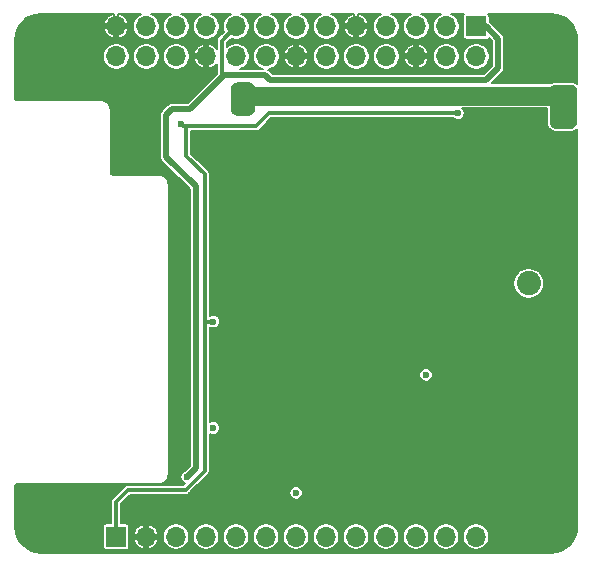
<source format=gbr>
%TF.GenerationSoftware,KiCad,Pcbnew,(5.1.9)-1*%
%TF.CreationDate,2021-09-15T13:57:53+03:00*%
%TF.ProjectId,voltlog UHF repeater,766f6c74-6c6f-4672-9055-484620726570,rev?*%
%TF.SameCoordinates,Original*%
%TF.FileFunction,Copper,L3,Inr*%
%TF.FilePolarity,Positive*%
%FSLAX46Y46*%
G04 Gerber Fmt 4.6, Leading zero omitted, Abs format (unit mm)*
G04 Created by KiCad (PCBNEW (5.1.9)-1) date 2021-09-15 13:57:53*
%MOMM*%
%LPD*%
G01*
G04 APERTURE LIST*
%TA.AperFunction,ComponentPad*%
%ADD10C,5.500000*%
%TD*%
%TA.AperFunction,ComponentPad*%
%ADD11C,2.250000*%
%TD*%
%TA.AperFunction,ComponentPad*%
%ADD12C,2.050000*%
%TD*%
%TA.AperFunction,ComponentPad*%
%ADD13O,1.700000X1.700000*%
%TD*%
%TA.AperFunction,ComponentPad*%
%ADD14R,1.700000X1.700000*%
%TD*%
%TA.AperFunction,ViaPad*%
%ADD15C,0.600000*%
%TD*%
%TA.AperFunction,Conductor*%
%ADD16C,1.600000*%
%TD*%
%TA.AperFunction,Conductor*%
%ADD17C,0.500000*%
%TD*%
%TA.AperFunction,Conductor*%
%ADD18C,0.300000*%
%TD*%
%TA.AperFunction,Conductor*%
%ADD19C,0.150000*%
%TD*%
%TA.AperFunction,Conductor*%
%ADD20C,0.100000*%
%TD*%
G04 APERTURE END LIST*
D10*
%TO.N,GND*%
%TO.C,H4*%
X204055501Y-36944588D03*
%TD*%
%TO.N,GND*%
%TO.C,H3*%
X204055501Y-77055505D03*
%TD*%
%TO.N,GND*%
%TO.C,H2*%
X161944587Y-36944588D03*
%TD*%
%TO.N,GND*%
%TO.C,H1*%
X161944587Y-77055505D03*
%TD*%
D11*
%TO.N,GND*%
%TO.C,J3*%
X200160000Y-59540000D03*
X200160000Y-54460000D03*
X205240000Y-54460000D03*
X205240000Y-59540000D03*
D12*
%TO.N,/ANT*%
X202700000Y-57000000D03*
%TD*%
D13*
%TO.N,GPIO_10*%
%TO.C,J1*%
X167770000Y-37790000D03*
%TO.N,GND*%
X167770000Y-35250000D03*
%TO.N,/GPIO_13*%
X170310000Y-37790000D03*
%TO.N,/GPIO_14*%
X170310000Y-35250000D03*
%TO.N,/GPIO_2*%
X172850000Y-37790000D03*
%TO.N,/GPIO_16*%
X172850000Y-35250000D03*
%TO.N,GND*%
X175390000Y-37790000D03*
%TO.N,/GPIO_15*%
X175390000Y-35250000D03*
%TO.N,/GPIO_18*%
X177930000Y-37790000D03*
%TO.N,+3V3*%
X177930000Y-35250000D03*
%TO.N,/GPIO_19*%
X180470000Y-37790000D03*
%TO.N,/GPIO_3*%
X180470000Y-35250000D03*
%TO.N,GND*%
X183010000Y-37790000D03*
%TO.N,/GPIO_0*%
X183010000Y-35250000D03*
%TO.N,GPIO_7*%
X185550000Y-37790000D03*
%TO.N,/GPIO_1*%
X185550000Y-35250000D03*
%TO.N,UART_RX*%
X188090000Y-37790000D03*
%TO.N,GND*%
X188090000Y-35250000D03*
%TO.N,UART_TX*%
X190630000Y-37790000D03*
%TO.N,/GPIO_6*%
X190630000Y-35250000D03*
%TO.N,GND*%
X193170000Y-37790000D03*
%TO.N,/GPIO_11*%
X193170000Y-35250000D03*
%TO.N,+5V*%
X195710000Y-37790000D03*
%TO.N,/GPIO_12*%
X195710000Y-35250000D03*
%TO.N,+5V*%
X198250000Y-37790000D03*
D14*
%TO.N,+3V3*%
X198250000Y-35250000D03*
%TD*%
D13*
%TO.N,/CIR_RX*%
%TO.C,J2*%
X198230000Y-78450000D03*
%TO.N,/MIC1N*%
X195690000Y-78450000D03*
%TO.N,MIC1P*%
X193150000Y-78450000D03*
%TO.N,/MIC_BIAS*%
X190610000Y-78450000D03*
%TO.N,/TV_OUT*%
X188070000Y-78450000D03*
%TO.N,/LINEOUT_L*%
X185530000Y-78450000D03*
%TO.N,LINEOUT_R*%
X182990000Y-78450000D03*
%TO.N,/USB_DP3*%
X180450000Y-78450000D03*
%TO.N,/USB_DM3*%
X177910000Y-78450000D03*
%TO.N,/USB_DP2*%
X175370000Y-78450000D03*
%TO.N,/USB_DM2*%
X172830000Y-78450000D03*
%TO.N,GND*%
X170290000Y-78450000D03*
D14*
%TO.N,+5V*%
X167750000Y-78450000D03*
%TD*%
D15*
%TO.N,GND*%
X184650000Y-45600000D03*
X185650000Y-45600000D03*
X186650000Y-45600000D03*
X187650000Y-45600000D03*
X188650000Y-45600000D03*
X189650000Y-45600000D03*
X189650000Y-44600000D03*
X188650000Y-44600000D03*
X187650000Y-44600000D03*
X186650000Y-44600000D03*
X185650000Y-44600000D03*
X184650000Y-44600000D03*
%TO.N,LINEOUT_R*%
X183000000Y-74750000D03*
%TO.N,GND*%
X204650000Y-47950000D03*
X204750000Y-48800000D03*
X204650000Y-49650000D03*
X200850000Y-48000000D03*
X200850000Y-49600000D03*
X200750000Y-48800000D03*
X201500000Y-47400000D03*
X201500000Y-50200000D03*
X204000000Y-50200000D03*
X204000000Y-47400000D03*
X202050000Y-46850000D03*
X203500000Y-46900000D03*
X202000000Y-50700000D03*
X203500000Y-50700000D03*
X203500000Y-69000000D03*
X189650000Y-46600000D03*
X187650000Y-46600000D03*
X186650000Y-47600000D03*
X185650000Y-46600000D03*
X186650000Y-46600000D03*
X184650000Y-46600000D03*
X188650000Y-46600000D03*
X189650000Y-47600000D03*
X188650000Y-47600000D03*
X187650000Y-47600000D03*
X185650000Y-47600000D03*
X184650000Y-47600000D03*
X185650000Y-49600000D03*
X187650000Y-48600000D03*
X189650000Y-48600000D03*
X184650000Y-48600000D03*
X186650000Y-49600000D03*
X185650000Y-48600000D03*
X187650000Y-49600000D03*
X188650000Y-48600000D03*
X186650000Y-48600000D03*
X189650000Y-49600000D03*
X184650000Y-49600000D03*
X188650000Y-49600000D03*
X187650000Y-50600000D03*
X185650000Y-50600000D03*
X186650000Y-50600000D03*
X184650000Y-50600000D03*
X188650000Y-50600000D03*
X189650000Y-50600000D03*
X198800000Y-45800000D03*
X199600000Y-45800000D03*
X200400000Y-45800000D03*
X201200000Y-45800000D03*
X202000000Y-46000000D03*
X201200000Y-44500000D03*
X199600000Y-44500000D03*
X200400000Y-44500000D03*
X198800000Y-44500000D03*
X202000000Y-44500000D03*
X202700000Y-44800000D03*
X203300000Y-45300000D03*
X203400000Y-46100000D03*
X202100000Y-51500000D03*
X203400000Y-51500000D03*
X203400000Y-52400000D03*
X202100000Y-52400000D03*
X202100000Y-53400000D03*
X203400000Y-53400000D03*
X173500000Y-40000000D03*
X172750000Y-40000000D03*
X194250000Y-45500000D03*
X194250000Y-44750000D03*
X194400000Y-44000000D03*
X195000000Y-43550000D03*
X194400000Y-46250000D03*
X195800000Y-43500000D03*
X195100000Y-46800000D03*
X195900000Y-46800000D03*
X196700000Y-46800000D03*
X197500000Y-46800000D03*
X198300000Y-46500000D03*
X196600000Y-43500000D03*
X197400000Y-43500000D03*
X198300000Y-43800000D03*
X169500000Y-42500000D03*
X168000000Y-47000000D03*
X178500000Y-47500000D03*
X178500000Y-56500000D03*
X178500000Y-60500000D03*
X178500000Y-69500000D03*
X179500000Y-76000000D03*
X189500000Y-77000000D03*
X196000000Y-76000000D03*
X199500000Y-72500000D03*
X206000000Y-72000000D03*
X206000000Y-63500000D03*
X196500000Y-65000000D03*
X196500000Y-69500000D03*
X196500000Y-60500000D03*
X196500000Y-56000000D03*
X196500000Y-52000000D03*
X187000000Y-54000000D03*
X187000000Y-57000000D03*
X187000000Y-60000000D03*
X187000000Y-63000000D03*
X187000000Y-66000000D03*
X187000000Y-69000000D03*
X187000000Y-72000000D03*
X200000000Y-57000000D03*
X205250000Y-57000000D03*
X202750000Y-59750000D03*
%TO.N,Net-(C2-Pad1)*%
X178700000Y-40400000D03*
X178700000Y-41000000D03*
X178700000Y-41600000D03*
X178700000Y-42200000D03*
X205200000Y-40900000D03*
X205900000Y-40900000D03*
X205200000Y-41500000D03*
X205900000Y-41500000D03*
X205900000Y-42700000D03*
X205200000Y-42100000D03*
X205900000Y-42100000D03*
X205200000Y-42700000D03*
X205900000Y-43300000D03*
X205200000Y-43300000D03*
X178100000Y-41000000D03*
X178100000Y-40400000D03*
X178100000Y-41600000D03*
X178100000Y-42200000D03*
%TO.N,+3V3*%
X173775000Y-73400000D03*
%TO.N,+5V*%
X196700000Y-42600000D03*
X173250000Y-43500000D03*
X176000000Y-60250000D03*
%TO.N,GPIO_10*%
X176000000Y-69250000D03*
%TO.N,UART_RX*%
X194000000Y-64750000D03*
%TD*%
D16*
%TO.N,Net-(C2-Pad1)*%
X179200000Y-41100000D02*
X178700000Y-41600000D01*
X204800000Y-41100000D02*
X179200000Y-41100000D01*
X205200000Y-41500000D02*
X204800000Y-41100000D01*
D17*
%TO.N,+3V3*%
X180800000Y-39800000D02*
X180400000Y-39400000D01*
X199100000Y-39800000D02*
X180800000Y-39800000D01*
X200100000Y-38800000D02*
X199100000Y-39800000D01*
X200100000Y-36300000D02*
X200100000Y-38800000D01*
X199050000Y-35250000D02*
X200100000Y-36300000D01*
X198250000Y-35250000D02*
X199050000Y-35250000D01*
X180400000Y-39400000D02*
X177600000Y-39400000D01*
X177600000Y-39400000D02*
X176900000Y-39400000D01*
D18*
X177930000Y-35250000D02*
X176700000Y-36480000D01*
X176700000Y-39200000D02*
X176900000Y-39400000D01*
X176700000Y-36480000D02*
X176700000Y-39200000D01*
D17*
X174500000Y-48800000D02*
X174500000Y-72675000D01*
X172000000Y-46300000D02*
X174500000Y-48800000D01*
X174500000Y-72675000D02*
X173775000Y-73400000D01*
X172000000Y-42750000D02*
X172000000Y-46300000D01*
X172500000Y-42250000D02*
X172000000Y-42750000D01*
X174050000Y-42250000D02*
X172500000Y-42250000D01*
X176900000Y-39400000D02*
X174050000Y-42250000D01*
D18*
%TO.N,+5V*%
X180700000Y-42600000D02*
X196700000Y-42600000D01*
X179600000Y-43700000D02*
X180700000Y-42600000D01*
X173250000Y-43500000D02*
X173450000Y-43700000D01*
X173450000Y-43700000D02*
X173700000Y-43700000D01*
X173700000Y-43700000D02*
X179600000Y-43700000D01*
X167750000Y-75500000D02*
X167750000Y-78450000D01*
X168750000Y-74500000D02*
X167750000Y-75500000D01*
X173637002Y-74500000D02*
X168750000Y-74500000D01*
X175250000Y-72887002D02*
X173637002Y-74500000D01*
X173700000Y-46200000D02*
X175250000Y-47750000D01*
X173700000Y-43700000D02*
X173700000Y-46200000D01*
X176000000Y-60250000D02*
X175250000Y-60250000D01*
X175250000Y-60250000D02*
X175250000Y-72887002D01*
X175250000Y-47750000D02*
X175250000Y-60250000D01*
%TD*%
D19*
%TO.N,Net-(C2-Pad1)*%
X179109830Y-40090106D02*
X179212178Y-40132500D01*
X179300063Y-40199937D01*
X179367500Y-40287822D01*
X179409894Y-40390170D01*
X179425000Y-40504912D01*
X179425000Y-42289284D01*
X179409894Y-42404026D01*
X179367500Y-42506374D01*
X179300063Y-42594259D01*
X179212178Y-42661696D01*
X179109830Y-42704090D01*
X178995088Y-42719196D01*
X178004912Y-42719196D01*
X177890170Y-42704090D01*
X177787822Y-42661696D01*
X177699937Y-42594259D01*
X177632500Y-42506374D01*
X177590106Y-42404026D01*
X177575000Y-42289284D01*
X177575000Y-40504912D01*
X177590106Y-40390170D01*
X177632500Y-40287822D01*
X177699937Y-40199937D01*
X177787822Y-40132500D01*
X177890170Y-40090106D01*
X178004912Y-40075000D01*
X178995088Y-40075000D01*
X179109830Y-40090106D01*
%TA.AperFunction,Conductor*%
D20*
G36*
X179109830Y-40090106D02*
G01*
X179212178Y-40132500D01*
X179300063Y-40199937D01*
X179367500Y-40287822D01*
X179409894Y-40390170D01*
X179425000Y-40504912D01*
X179425000Y-42289284D01*
X179409894Y-42404026D01*
X179367500Y-42506374D01*
X179300063Y-42594259D01*
X179212178Y-42661696D01*
X179109830Y-42704090D01*
X178995088Y-42719196D01*
X178004912Y-42719196D01*
X177890170Y-42704090D01*
X177787822Y-42661696D01*
X177699937Y-42594259D01*
X177632500Y-42506374D01*
X177590106Y-42404026D01*
X177575000Y-42289284D01*
X177575000Y-40504912D01*
X177590106Y-40390170D01*
X177632500Y-40287822D01*
X177699937Y-40199937D01*
X177787822Y-40132500D01*
X177890170Y-40090106D01*
X178004912Y-40075000D01*
X178995088Y-40075000D01*
X179109830Y-40090106D01*
G37*
%TD.AperFunction*%
%TD*%
D19*
%TO.N,Net-(C2-Pad1)*%
X206359830Y-40290106D02*
X206462178Y-40332500D01*
X206550063Y-40399937D01*
X206617500Y-40487822D01*
X206659894Y-40590170D01*
X206675000Y-40704912D01*
X206675000Y-43395088D01*
X206659894Y-43509830D01*
X206617500Y-43612178D01*
X206550063Y-43700063D01*
X206462178Y-43767500D01*
X206359830Y-43809894D01*
X206245088Y-43825000D01*
X205004912Y-43825000D01*
X204890170Y-43809894D01*
X204787822Y-43767500D01*
X204699937Y-43700063D01*
X204632500Y-43612178D01*
X204590106Y-43509830D01*
X204575000Y-43395088D01*
X204575000Y-40704912D01*
X204590106Y-40590170D01*
X204632500Y-40487822D01*
X204699937Y-40399937D01*
X204787822Y-40332500D01*
X204890170Y-40290106D01*
X205004912Y-40275000D01*
X206245088Y-40275000D01*
X206359830Y-40290106D01*
%TA.AperFunction,Conductor*%
D20*
G36*
X206359830Y-40290106D02*
G01*
X206462178Y-40332500D01*
X206550063Y-40399937D01*
X206617500Y-40487822D01*
X206659894Y-40590170D01*
X206675000Y-40704912D01*
X206675000Y-43395088D01*
X206659894Y-43509830D01*
X206617500Y-43612178D01*
X206550063Y-43700063D01*
X206462178Y-43767500D01*
X206359830Y-43809894D01*
X206245088Y-43825000D01*
X205004912Y-43825000D01*
X204890170Y-43809894D01*
X204787822Y-43767500D01*
X204699937Y-43700063D01*
X204632500Y-43612178D01*
X204590106Y-43509830D01*
X204575000Y-43395088D01*
X204575000Y-40704912D01*
X204590106Y-40590170D01*
X204632500Y-40487822D01*
X204699937Y-40399937D01*
X204787822Y-40332500D01*
X204890170Y-40290106D01*
X205004912Y-40275000D01*
X206245088Y-40275000D01*
X206359830Y-40290106D01*
G37*
%TD.AperFunction*%
%TD*%
D19*
%TO.N,GND*%
X167594998Y-34246393D02*
X167431231Y-34229775D01*
X167288132Y-34289039D01*
X167109917Y-34401511D01*
X166957068Y-34546590D01*
X166835460Y-34718701D01*
X166749766Y-34911229D01*
X166765581Y-35075000D01*
X167595000Y-35075000D01*
X167595000Y-35055000D01*
X167945000Y-35055000D01*
X167945000Y-35075000D01*
X168774419Y-35075000D01*
X168790234Y-34911229D01*
X168704540Y-34718701D01*
X168582932Y-34546590D01*
X168430083Y-34401511D01*
X168251868Y-34289039D01*
X168108769Y-34229775D01*
X167945002Y-34246393D01*
X167945002Y-34200000D01*
X169905158Y-34200000D01*
X169777113Y-34253038D01*
X169592855Y-34376156D01*
X169436156Y-34532855D01*
X169313038Y-34717113D01*
X169228233Y-34921850D01*
X169185000Y-35139197D01*
X169185000Y-35360803D01*
X169228233Y-35578150D01*
X169313038Y-35782887D01*
X169436156Y-35967145D01*
X169592855Y-36123844D01*
X169777113Y-36246962D01*
X169981850Y-36331767D01*
X170199197Y-36375000D01*
X170420803Y-36375000D01*
X170638150Y-36331767D01*
X170842887Y-36246962D01*
X171027145Y-36123844D01*
X171183844Y-35967145D01*
X171306962Y-35782887D01*
X171391767Y-35578150D01*
X171435000Y-35360803D01*
X171435000Y-35139197D01*
X171391767Y-34921850D01*
X171306962Y-34717113D01*
X171183844Y-34532855D01*
X171027145Y-34376156D01*
X170842887Y-34253038D01*
X170714842Y-34200000D01*
X172445158Y-34200000D01*
X172317113Y-34253038D01*
X172132855Y-34376156D01*
X171976156Y-34532855D01*
X171853038Y-34717113D01*
X171768233Y-34921850D01*
X171725000Y-35139197D01*
X171725000Y-35360803D01*
X171768233Y-35578150D01*
X171853038Y-35782887D01*
X171976156Y-35967145D01*
X172132855Y-36123844D01*
X172317113Y-36246962D01*
X172521850Y-36331767D01*
X172739197Y-36375000D01*
X172960803Y-36375000D01*
X173178150Y-36331767D01*
X173382887Y-36246962D01*
X173567145Y-36123844D01*
X173723844Y-35967145D01*
X173846962Y-35782887D01*
X173931767Y-35578150D01*
X173975000Y-35360803D01*
X173975000Y-35139197D01*
X173931767Y-34921850D01*
X173846962Y-34717113D01*
X173723844Y-34532855D01*
X173567145Y-34376156D01*
X173382887Y-34253038D01*
X173254842Y-34200000D01*
X174985158Y-34200000D01*
X174857113Y-34253038D01*
X174672855Y-34376156D01*
X174516156Y-34532855D01*
X174393038Y-34717113D01*
X174308233Y-34921850D01*
X174265000Y-35139197D01*
X174265000Y-35360803D01*
X174308233Y-35578150D01*
X174393038Y-35782887D01*
X174516156Y-35967145D01*
X174672855Y-36123844D01*
X174857113Y-36246962D01*
X175061850Y-36331767D01*
X175279197Y-36375000D01*
X175500803Y-36375000D01*
X175718150Y-36331767D01*
X175922887Y-36246962D01*
X176107145Y-36123844D01*
X176263844Y-35967145D01*
X176386962Y-35782887D01*
X176471767Y-35578150D01*
X176515000Y-35360803D01*
X176515000Y-35139197D01*
X176471767Y-34921850D01*
X176386962Y-34717113D01*
X176263844Y-34532855D01*
X176107145Y-34376156D01*
X175922887Y-34253038D01*
X175794842Y-34200000D01*
X177525158Y-34200000D01*
X177397113Y-34253038D01*
X177212855Y-34376156D01*
X177056156Y-34532855D01*
X176933038Y-34717113D01*
X176848233Y-34921850D01*
X176805000Y-35139197D01*
X176805000Y-35360803D01*
X176848233Y-35578150D01*
X176892922Y-35686038D01*
X176414243Y-36164717D01*
X176398026Y-36178026D01*
X176344916Y-36242741D01*
X176305452Y-36316574D01*
X176288936Y-36371020D01*
X176285758Y-36381498D01*
X176281150Y-36396687D01*
X176275000Y-36459127D01*
X176275000Y-36459133D01*
X176272945Y-36480000D01*
X176275000Y-36500867D01*
X176275000Y-37188588D01*
X176202932Y-37086590D01*
X176050083Y-36941511D01*
X175871868Y-36829039D01*
X175728769Y-36769775D01*
X175565000Y-36786393D01*
X175565000Y-37615000D01*
X175585000Y-37615000D01*
X175585000Y-37965000D01*
X175565000Y-37965000D01*
X175565000Y-38793607D01*
X175728769Y-38810225D01*
X175871868Y-38750961D01*
X176050083Y-38638489D01*
X176202932Y-38493410D01*
X176275001Y-38391412D01*
X176275001Y-39179123D01*
X176272945Y-39200000D01*
X176280529Y-39277009D01*
X173832539Y-41725000D01*
X172525780Y-41725000D01*
X172500000Y-41722461D01*
X172474220Y-41725000D01*
X172474212Y-41725000D01*
X172397082Y-41732597D01*
X172298119Y-41762617D01*
X172206914Y-41811367D01*
X172179995Y-41833459D01*
X172147003Y-41860534D01*
X172146999Y-41860538D01*
X172126973Y-41876973D01*
X172110538Y-41896999D01*
X171647009Y-42360530D01*
X171626973Y-42376973D01*
X171561367Y-42456914D01*
X171512617Y-42548120D01*
X171482597Y-42647083D01*
X171475000Y-42724213D01*
X171475000Y-42724220D01*
X171472461Y-42750000D01*
X171475000Y-42775780D01*
X171475001Y-46274210D01*
X171472461Y-46300000D01*
X171482597Y-46402917D01*
X171512617Y-46501880D01*
X171561367Y-46593085D01*
X171600476Y-46640739D01*
X171626974Y-46673027D01*
X171647005Y-46689466D01*
X173975000Y-49017462D01*
X173975001Y-72457536D01*
X173570000Y-72862538D01*
X173502635Y-72890442D01*
X173408459Y-72953368D01*
X173328368Y-73033459D01*
X173265442Y-73127635D01*
X173222097Y-73232279D01*
X173200000Y-73343367D01*
X173200000Y-73456633D01*
X173222097Y-73567721D01*
X173265442Y-73672365D01*
X173328368Y-73766541D01*
X173408459Y-73846632D01*
X173502635Y-73909558D01*
X173590153Y-73945809D01*
X173460962Y-74075000D01*
X168770874Y-74075000D01*
X168750000Y-74072944D01*
X168666686Y-74081150D01*
X168586573Y-74105452D01*
X168512740Y-74144916D01*
X168448026Y-74198026D01*
X168434716Y-74214244D01*
X167464244Y-75184716D01*
X167448026Y-75198026D01*
X167394916Y-75262741D01*
X167355452Y-75336574D01*
X167331150Y-75416687D01*
X167325000Y-75479127D01*
X167325000Y-75479133D01*
X167322945Y-75500000D01*
X167325000Y-75520867D01*
X167325001Y-77323670D01*
X166900000Y-77323670D01*
X166846091Y-77328980D01*
X166794253Y-77344704D01*
X166746479Y-77370240D01*
X166704605Y-77404605D01*
X166670240Y-77446479D01*
X166644704Y-77494253D01*
X166628980Y-77546091D01*
X166623670Y-77600000D01*
X166623670Y-79300000D01*
X166628980Y-79353909D01*
X166644704Y-79405747D01*
X166670240Y-79453521D01*
X166704605Y-79495395D01*
X166746479Y-79529760D01*
X166794253Y-79555296D01*
X166846091Y-79571020D01*
X166900000Y-79576330D01*
X168600000Y-79576330D01*
X168653909Y-79571020D01*
X168705747Y-79555296D01*
X168753521Y-79529760D01*
X168795395Y-79495395D01*
X168829760Y-79453521D01*
X168855296Y-79405747D01*
X168871020Y-79353909D01*
X168876330Y-79300000D01*
X168876330Y-78788771D01*
X169269766Y-78788771D01*
X169355460Y-78981299D01*
X169477068Y-79153410D01*
X169629917Y-79298489D01*
X169808132Y-79410961D01*
X169951231Y-79470225D01*
X170115000Y-79453607D01*
X170115000Y-78625000D01*
X170465000Y-78625000D01*
X170465000Y-79453607D01*
X170628769Y-79470225D01*
X170771868Y-79410961D01*
X170950083Y-79298489D01*
X171102932Y-79153410D01*
X171224540Y-78981299D01*
X171310234Y-78788771D01*
X171294419Y-78625000D01*
X170465000Y-78625000D01*
X170115000Y-78625000D01*
X169285581Y-78625000D01*
X169269766Y-78788771D01*
X168876330Y-78788771D01*
X168876330Y-78339197D01*
X171705000Y-78339197D01*
X171705000Y-78560803D01*
X171748233Y-78778150D01*
X171833038Y-78982887D01*
X171956156Y-79167145D01*
X172112855Y-79323844D01*
X172297113Y-79446962D01*
X172501850Y-79531767D01*
X172719197Y-79575000D01*
X172940803Y-79575000D01*
X173158150Y-79531767D01*
X173362887Y-79446962D01*
X173547145Y-79323844D01*
X173703844Y-79167145D01*
X173826962Y-78982887D01*
X173911767Y-78778150D01*
X173955000Y-78560803D01*
X173955000Y-78339197D01*
X174245000Y-78339197D01*
X174245000Y-78560803D01*
X174288233Y-78778150D01*
X174373038Y-78982887D01*
X174496156Y-79167145D01*
X174652855Y-79323844D01*
X174837113Y-79446962D01*
X175041850Y-79531767D01*
X175259197Y-79575000D01*
X175480803Y-79575000D01*
X175698150Y-79531767D01*
X175902887Y-79446962D01*
X176087145Y-79323844D01*
X176243844Y-79167145D01*
X176366962Y-78982887D01*
X176451767Y-78778150D01*
X176495000Y-78560803D01*
X176495000Y-78339197D01*
X176785000Y-78339197D01*
X176785000Y-78560803D01*
X176828233Y-78778150D01*
X176913038Y-78982887D01*
X177036156Y-79167145D01*
X177192855Y-79323844D01*
X177377113Y-79446962D01*
X177581850Y-79531767D01*
X177799197Y-79575000D01*
X178020803Y-79575000D01*
X178238150Y-79531767D01*
X178442887Y-79446962D01*
X178627145Y-79323844D01*
X178783844Y-79167145D01*
X178906962Y-78982887D01*
X178991767Y-78778150D01*
X179035000Y-78560803D01*
X179035000Y-78339197D01*
X179325000Y-78339197D01*
X179325000Y-78560803D01*
X179368233Y-78778150D01*
X179453038Y-78982887D01*
X179576156Y-79167145D01*
X179732855Y-79323844D01*
X179917113Y-79446962D01*
X180121850Y-79531767D01*
X180339197Y-79575000D01*
X180560803Y-79575000D01*
X180778150Y-79531767D01*
X180982887Y-79446962D01*
X181167145Y-79323844D01*
X181323844Y-79167145D01*
X181446962Y-78982887D01*
X181531767Y-78778150D01*
X181575000Y-78560803D01*
X181575000Y-78339197D01*
X181865000Y-78339197D01*
X181865000Y-78560803D01*
X181908233Y-78778150D01*
X181993038Y-78982887D01*
X182116156Y-79167145D01*
X182272855Y-79323844D01*
X182457113Y-79446962D01*
X182661850Y-79531767D01*
X182879197Y-79575000D01*
X183100803Y-79575000D01*
X183318150Y-79531767D01*
X183522887Y-79446962D01*
X183707145Y-79323844D01*
X183863844Y-79167145D01*
X183986962Y-78982887D01*
X184071767Y-78778150D01*
X184115000Y-78560803D01*
X184115000Y-78339197D01*
X184405000Y-78339197D01*
X184405000Y-78560803D01*
X184448233Y-78778150D01*
X184533038Y-78982887D01*
X184656156Y-79167145D01*
X184812855Y-79323844D01*
X184997113Y-79446962D01*
X185201850Y-79531767D01*
X185419197Y-79575000D01*
X185640803Y-79575000D01*
X185858150Y-79531767D01*
X186062887Y-79446962D01*
X186247145Y-79323844D01*
X186403844Y-79167145D01*
X186526962Y-78982887D01*
X186611767Y-78778150D01*
X186655000Y-78560803D01*
X186655000Y-78339197D01*
X186945000Y-78339197D01*
X186945000Y-78560803D01*
X186988233Y-78778150D01*
X187073038Y-78982887D01*
X187196156Y-79167145D01*
X187352855Y-79323844D01*
X187537113Y-79446962D01*
X187741850Y-79531767D01*
X187959197Y-79575000D01*
X188180803Y-79575000D01*
X188398150Y-79531767D01*
X188602887Y-79446962D01*
X188787145Y-79323844D01*
X188943844Y-79167145D01*
X189066962Y-78982887D01*
X189151767Y-78778150D01*
X189195000Y-78560803D01*
X189195000Y-78339197D01*
X189485000Y-78339197D01*
X189485000Y-78560803D01*
X189528233Y-78778150D01*
X189613038Y-78982887D01*
X189736156Y-79167145D01*
X189892855Y-79323844D01*
X190077113Y-79446962D01*
X190281850Y-79531767D01*
X190499197Y-79575000D01*
X190720803Y-79575000D01*
X190938150Y-79531767D01*
X191142887Y-79446962D01*
X191327145Y-79323844D01*
X191483844Y-79167145D01*
X191606962Y-78982887D01*
X191691767Y-78778150D01*
X191735000Y-78560803D01*
X191735000Y-78339197D01*
X192025000Y-78339197D01*
X192025000Y-78560803D01*
X192068233Y-78778150D01*
X192153038Y-78982887D01*
X192276156Y-79167145D01*
X192432855Y-79323844D01*
X192617113Y-79446962D01*
X192821850Y-79531767D01*
X193039197Y-79575000D01*
X193260803Y-79575000D01*
X193478150Y-79531767D01*
X193682887Y-79446962D01*
X193867145Y-79323844D01*
X194023844Y-79167145D01*
X194146962Y-78982887D01*
X194231767Y-78778150D01*
X194275000Y-78560803D01*
X194275000Y-78339197D01*
X194565000Y-78339197D01*
X194565000Y-78560803D01*
X194608233Y-78778150D01*
X194693038Y-78982887D01*
X194816156Y-79167145D01*
X194972855Y-79323844D01*
X195157113Y-79446962D01*
X195361850Y-79531767D01*
X195579197Y-79575000D01*
X195800803Y-79575000D01*
X196018150Y-79531767D01*
X196222887Y-79446962D01*
X196407145Y-79323844D01*
X196563844Y-79167145D01*
X196686962Y-78982887D01*
X196771767Y-78778150D01*
X196815000Y-78560803D01*
X196815000Y-78339197D01*
X197105000Y-78339197D01*
X197105000Y-78560803D01*
X197148233Y-78778150D01*
X197233038Y-78982887D01*
X197356156Y-79167145D01*
X197512855Y-79323844D01*
X197697113Y-79446962D01*
X197901850Y-79531767D01*
X198119197Y-79575000D01*
X198340803Y-79575000D01*
X198558150Y-79531767D01*
X198762887Y-79446962D01*
X198947145Y-79323844D01*
X199103844Y-79167145D01*
X199226962Y-78982887D01*
X199311767Y-78778150D01*
X199355000Y-78560803D01*
X199355000Y-78339197D01*
X199311767Y-78121850D01*
X199226962Y-77917113D01*
X199103844Y-77732855D01*
X198947145Y-77576156D01*
X198762887Y-77453038D01*
X198558150Y-77368233D01*
X198340803Y-77325000D01*
X198119197Y-77325000D01*
X197901850Y-77368233D01*
X197697113Y-77453038D01*
X197512855Y-77576156D01*
X197356156Y-77732855D01*
X197233038Y-77917113D01*
X197148233Y-78121850D01*
X197105000Y-78339197D01*
X196815000Y-78339197D01*
X196771767Y-78121850D01*
X196686962Y-77917113D01*
X196563844Y-77732855D01*
X196407145Y-77576156D01*
X196222887Y-77453038D01*
X196018150Y-77368233D01*
X195800803Y-77325000D01*
X195579197Y-77325000D01*
X195361850Y-77368233D01*
X195157113Y-77453038D01*
X194972855Y-77576156D01*
X194816156Y-77732855D01*
X194693038Y-77917113D01*
X194608233Y-78121850D01*
X194565000Y-78339197D01*
X194275000Y-78339197D01*
X194231767Y-78121850D01*
X194146962Y-77917113D01*
X194023844Y-77732855D01*
X193867145Y-77576156D01*
X193682887Y-77453038D01*
X193478150Y-77368233D01*
X193260803Y-77325000D01*
X193039197Y-77325000D01*
X192821850Y-77368233D01*
X192617113Y-77453038D01*
X192432855Y-77576156D01*
X192276156Y-77732855D01*
X192153038Y-77917113D01*
X192068233Y-78121850D01*
X192025000Y-78339197D01*
X191735000Y-78339197D01*
X191691767Y-78121850D01*
X191606962Y-77917113D01*
X191483844Y-77732855D01*
X191327145Y-77576156D01*
X191142887Y-77453038D01*
X190938150Y-77368233D01*
X190720803Y-77325000D01*
X190499197Y-77325000D01*
X190281850Y-77368233D01*
X190077113Y-77453038D01*
X189892855Y-77576156D01*
X189736156Y-77732855D01*
X189613038Y-77917113D01*
X189528233Y-78121850D01*
X189485000Y-78339197D01*
X189195000Y-78339197D01*
X189151767Y-78121850D01*
X189066962Y-77917113D01*
X188943844Y-77732855D01*
X188787145Y-77576156D01*
X188602887Y-77453038D01*
X188398150Y-77368233D01*
X188180803Y-77325000D01*
X187959197Y-77325000D01*
X187741850Y-77368233D01*
X187537113Y-77453038D01*
X187352855Y-77576156D01*
X187196156Y-77732855D01*
X187073038Y-77917113D01*
X186988233Y-78121850D01*
X186945000Y-78339197D01*
X186655000Y-78339197D01*
X186611767Y-78121850D01*
X186526962Y-77917113D01*
X186403844Y-77732855D01*
X186247145Y-77576156D01*
X186062887Y-77453038D01*
X185858150Y-77368233D01*
X185640803Y-77325000D01*
X185419197Y-77325000D01*
X185201850Y-77368233D01*
X184997113Y-77453038D01*
X184812855Y-77576156D01*
X184656156Y-77732855D01*
X184533038Y-77917113D01*
X184448233Y-78121850D01*
X184405000Y-78339197D01*
X184115000Y-78339197D01*
X184071767Y-78121850D01*
X183986962Y-77917113D01*
X183863844Y-77732855D01*
X183707145Y-77576156D01*
X183522887Y-77453038D01*
X183318150Y-77368233D01*
X183100803Y-77325000D01*
X182879197Y-77325000D01*
X182661850Y-77368233D01*
X182457113Y-77453038D01*
X182272855Y-77576156D01*
X182116156Y-77732855D01*
X181993038Y-77917113D01*
X181908233Y-78121850D01*
X181865000Y-78339197D01*
X181575000Y-78339197D01*
X181531767Y-78121850D01*
X181446962Y-77917113D01*
X181323844Y-77732855D01*
X181167145Y-77576156D01*
X180982887Y-77453038D01*
X180778150Y-77368233D01*
X180560803Y-77325000D01*
X180339197Y-77325000D01*
X180121850Y-77368233D01*
X179917113Y-77453038D01*
X179732855Y-77576156D01*
X179576156Y-77732855D01*
X179453038Y-77917113D01*
X179368233Y-78121850D01*
X179325000Y-78339197D01*
X179035000Y-78339197D01*
X178991767Y-78121850D01*
X178906962Y-77917113D01*
X178783844Y-77732855D01*
X178627145Y-77576156D01*
X178442887Y-77453038D01*
X178238150Y-77368233D01*
X178020803Y-77325000D01*
X177799197Y-77325000D01*
X177581850Y-77368233D01*
X177377113Y-77453038D01*
X177192855Y-77576156D01*
X177036156Y-77732855D01*
X176913038Y-77917113D01*
X176828233Y-78121850D01*
X176785000Y-78339197D01*
X176495000Y-78339197D01*
X176451767Y-78121850D01*
X176366962Y-77917113D01*
X176243844Y-77732855D01*
X176087145Y-77576156D01*
X175902887Y-77453038D01*
X175698150Y-77368233D01*
X175480803Y-77325000D01*
X175259197Y-77325000D01*
X175041850Y-77368233D01*
X174837113Y-77453038D01*
X174652855Y-77576156D01*
X174496156Y-77732855D01*
X174373038Y-77917113D01*
X174288233Y-78121850D01*
X174245000Y-78339197D01*
X173955000Y-78339197D01*
X173911767Y-78121850D01*
X173826962Y-77917113D01*
X173703844Y-77732855D01*
X173547145Y-77576156D01*
X173362887Y-77453038D01*
X173158150Y-77368233D01*
X172940803Y-77325000D01*
X172719197Y-77325000D01*
X172501850Y-77368233D01*
X172297113Y-77453038D01*
X172112855Y-77576156D01*
X171956156Y-77732855D01*
X171833038Y-77917113D01*
X171748233Y-78121850D01*
X171705000Y-78339197D01*
X168876330Y-78339197D01*
X168876330Y-78111229D01*
X169269766Y-78111229D01*
X169285581Y-78275000D01*
X170115000Y-78275000D01*
X170115000Y-77446393D01*
X170465000Y-77446393D01*
X170465000Y-78275000D01*
X171294419Y-78275000D01*
X171310234Y-78111229D01*
X171224540Y-77918701D01*
X171102932Y-77746590D01*
X170950083Y-77601511D01*
X170771868Y-77489039D01*
X170628769Y-77429775D01*
X170465000Y-77446393D01*
X170115000Y-77446393D01*
X169951231Y-77429775D01*
X169808132Y-77489039D01*
X169629917Y-77601511D01*
X169477068Y-77746590D01*
X169355460Y-77918701D01*
X169269766Y-78111229D01*
X168876330Y-78111229D01*
X168876330Y-77600000D01*
X168871020Y-77546091D01*
X168855296Y-77494253D01*
X168829760Y-77446479D01*
X168795395Y-77404605D01*
X168753521Y-77370240D01*
X168705747Y-77344704D01*
X168653909Y-77328980D01*
X168600000Y-77323670D01*
X168175000Y-77323670D01*
X168175000Y-75676040D01*
X168926040Y-74925000D01*
X173616135Y-74925000D01*
X173637002Y-74927055D01*
X173657869Y-74925000D01*
X173657876Y-74925000D01*
X173720316Y-74918850D01*
X173800429Y-74894548D01*
X173874262Y-74855084D01*
X173938976Y-74801974D01*
X173952286Y-74785756D01*
X174044675Y-74693367D01*
X182425000Y-74693367D01*
X182425000Y-74806633D01*
X182447097Y-74917721D01*
X182490442Y-75022365D01*
X182553368Y-75116541D01*
X182633459Y-75196632D01*
X182727635Y-75259558D01*
X182832279Y-75302903D01*
X182943367Y-75325000D01*
X183056633Y-75325000D01*
X183167721Y-75302903D01*
X183272365Y-75259558D01*
X183366541Y-75196632D01*
X183446632Y-75116541D01*
X183509558Y-75022365D01*
X183552903Y-74917721D01*
X183575000Y-74806633D01*
X183575000Y-74693367D01*
X183552903Y-74582279D01*
X183509558Y-74477635D01*
X183446632Y-74383459D01*
X183366541Y-74303368D01*
X183272365Y-74240442D01*
X183167721Y-74197097D01*
X183056633Y-74175000D01*
X182943367Y-74175000D01*
X182832279Y-74197097D01*
X182727635Y-74240442D01*
X182633459Y-74303368D01*
X182553368Y-74383459D01*
X182490442Y-74477635D01*
X182447097Y-74582279D01*
X182425000Y-74693367D01*
X174044675Y-74693367D01*
X175535756Y-73202286D01*
X175551974Y-73188976D01*
X175605084Y-73124262D01*
X175644548Y-73050429D01*
X175668850Y-72970316D01*
X175675000Y-72907876D01*
X175675000Y-72907869D01*
X175677055Y-72887002D01*
X175675000Y-72866135D01*
X175675000Y-69724389D01*
X175727635Y-69759558D01*
X175832279Y-69802903D01*
X175943367Y-69825000D01*
X176056633Y-69825000D01*
X176167721Y-69802903D01*
X176272365Y-69759558D01*
X176366541Y-69696632D01*
X176446632Y-69616541D01*
X176509558Y-69522365D01*
X176552903Y-69417721D01*
X176575000Y-69306633D01*
X176575000Y-69193367D01*
X176552903Y-69082279D01*
X176509558Y-68977635D01*
X176446632Y-68883459D01*
X176366541Y-68803368D01*
X176272365Y-68740442D01*
X176167721Y-68697097D01*
X176056633Y-68675000D01*
X175943367Y-68675000D01*
X175832279Y-68697097D01*
X175727635Y-68740442D01*
X175675000Y-68775611D01*
X175675000Y-64693367D01*
X193425000Y-64693367D01*
X193425000Y-64806633D01*
X193447097Y-64917721D01*
X193490442Y-65022365D01*
X193553368Y-65116541D01*
X193633459Y-65196632D01*
X193727635Y-65259558D01*
X193832279Y-65302903D01*
X193943367Y-65325000D01*
X194056633Y-65325000D01*
X194167721Y-65302903D01*
X194272365Y-65259558D01*
X194366541Y-65196632D01*
X194446632Y-65116541D01*
X194509558Y-65022365D01*
X194552903Y-64917721D01*
X194575000Y-64806633D01*
X194575000Y-64693367D01*
X194552903Y-64582279D01*
X194509558Y-64477635D01*
X194446632Y-64383459D01*
X194366541Y-64303368D01*
X194272365Y-64240442D01*
X194167721Y-64197097D01*
X194056633Y-64175000D01*
X193943367Y-64175000D01*
X193832279Y-64197097D01*
X193727635Y-64240442D01*
X193633459Y-64303368D01*
X193553368Y-64383459D01*
X193490442Y-64477635D01*
X193447097Y-64582279D01*
X193425000Y-64693367D01*
X175675000Y-64693367D01*
X175675000Y-60724389D01*
X175727635Y-60759558D01*
X175832279Y-60802903D01*
X175943367Y-60825000D01*
X176056633Y-60825000D01*
X176167721Y-60802903D01*
X176272365Y-60759558D01*
X176366541Y-60696632D01*
X176446632Y-60616541D01*
X176509558Y-60522365D01*
X176552903Y-60417721D01*
X176575000Y-60306633D01*
X176575000Y-60193367D01*
X176552903Y-60082279D01*
X176509558Y-59977635D01*
X176446632Y-59883459D01*
X176366541Y-59803368D01*
X176272365Y-59740442D01*
X176167721Y-59697097D01*
X176056633Y-59675000D01*
X175943367Y-59675000D01*
X175832279Y-59697097D01*
X175727635Y-59740442D01*
X175675000Y-59775611D01*
X175675000Y-56871961D01*
X201400000Y-56871961D01*
X201400000Y-57128039D01*
X201449958Y-57379196D01*
X201547955Y-57615781D01*
X201690224Y-57828702D01*
X201871298Y-58009776D01*
X202084219Y-58152045D01*
X202320804Y-58250042D01*
X202571961Y-58300000D01*
X202828039Y-58300000D01*
X203079196Y-58250042D01*
X203315781Y-58152045D01*
X203528702Y-58009776D01*
X203709776Y-57828702D01*
X203852045Y-57615781D01*
X203950042Y-57379196D01*
X204000000Y-57128039D01*
X204000000Y-56871961D01*
X203950042Y-56620804D01*
X203852045Y-56384219D01*
X203709776Y-56171298D01*
X203528702Y-55990224D01*
X203315781Y-55847955D01*
X203079196Y-55749958D01*
X202828039Y-55700000D01*
X202571961Y-55700000D01*
X202320804Y-55749958D01*
X202084219Y-55847955D01*
X201871298Y-55990224D01*
X201690224Y-56171298D01*
X201547955Y-56384219D01*
X201449958Y-56620804D01*
X201400000Y-56871961D01*
X175675000Y-56871961D01*
X175675000Y-47770866D01*
X175677055Y-47749999D01*
X175675000Y-47729132D01*
X175675000Y-47729126D01*
X175668850Y-47666686D01*
X175644548Y-47586573D01*
X175605084Y-47512740D01*
X175551974Y-47448026D01*
X175535763Y-47434722D01*
X174125000Y-46023960D01*
X174125000Y-44125000D01*
X179579133Y-44125000D01*
X179600000Y-44127055D01*
X179620867Y-44125000D01*
X179620874Y-44125000D01*
X179683314Y-44118850D01*
X179763427Y-44094548D01*
X179837260Y-44055084D01*
X179901974Y-44001974D01*
X179915283Y-43985757D01*
X180876041Y-43025000D01*
X196311827Y-43025000D01*
X196333459Y-43046632D01*
X196427635Y-43109558D01*
X196532279Y-43152903D01*
X196643367Y-43175000D01*
X196756633Y-43175000D01*
X196867721Y-43152903D01*
X196972365Y-43109558D01*
X197066541Y-43046632D01*
X197146632Y-42966541D01*
X197209558Y-42872365D01*
X197252903Y-42767721D01*
X197275000Y-42656633D01*
X197275000Y-42543367D01*
X197252903Y-42432279D01*
X197209558Y-42327635D01*
X197146632Y-42233459D01*
X197088173Y-42175000D01*
X204225000Y-42175000D01*
X204225000Y-43400000D01*
X204227353Y-43435894D01*
X204244390Y-43565304D01*
X204262970Y-43634648D01*
X204312920Y-43755238D01*
X204348816Y-43817411D01*
X204428276Y-43920964D01*
X204479036Y-43971724D01*
X204582589Y-44051184D01*
X204644762Y-44087080D01*
X204765352Y-44137030D01*
X204834696Y-44155610D01*
X204964106Y-44172647D01*
X205000000Y-44175000D01*
X206250000Y-44175000D01*
X206285894Y-44172647D01*
X206415304Y-44155610D01*
X206484648Y-44137030D01*
X206605238Y-44087080D01*
X206667411Y-44051184D01*
X206770964Y-43971724D01*
X206800001Y-43942687D01*
X206800000Y-77585330D01*
X206756691Y-78027035D01*
X206632670Y-78437808D01*
X206431229Y-78816664D01*
X206160032Y-79149184D01*
X205829420Y-79422690D01*
X205451974Y-79626774D01*
X205042083Y-79753656D01*
X204601202Y-79799994D01*
X204599523Y-79800000D01*
X161414670Y-79800000D01*
X160972965Y-79756691D01*
X160562192Y-79632670D01*
X160183336Y-79431229D01*
X159850816Y-79160032D01*
X159577310Y-78829420D01*
X159373226Y-78451974D01*
X159246344Y-78042083D01*
X159200006Y-77601202D01*
X159200000Y-77599523D01*
X159200000Y-74214669D01*
X159205220Y-74161433D01*
X159216420Y-74124336D01*
X159234613Y-74090120D01*
X159259106Y-74060088D01*
X159288969Y-74035384D01*
X159323053Y-74016954D01*
X159360073Y-74005494D01*
X159412350Y-74000000D01*
X171414733Y-74000000D01*
X171427603Y-73998732D01*
X171430680Y-73998754D01*
X171434849Y-73998345D01*
X171531898Y-73988145D01*
X171558553Y-73982673D01*
X171585241Y-73977583D01*
X171589251Y-73976372D01*
X171682470Y-73947516D01*
X171707541Y-73936977D01*
X171732748Y-73926793D01*
X171736447Y-73924826D01*
X171822284Y-73878413D01*
X171844848Y-73863194D01*
X171867577Y-73848320D01*
X171870824Y-73845673D01*
X171946013Y-73783471D01*
X171965183Y-73764167D01*
X171984597Y-73745156D01*
X171987267Y-73741928D01*
X172048943Y-73666307D01*
X172063999Y-73643646D01*
X172079354Y-73621221D01*
X172081346Y-73617536D01*
X172127158Y-73531375D01*
X172137520Y-73506236D01*
X172148230Y-73481248D01*
X172149466Y-73477253D01*
X172149470Y-73477243D01*
X172149472Y-73477232D01*
X172177673Y-73383828D01*
X172182951Y-73357173D01*
X172188609Y-73330557D01*
X172189046Y-73326391D01*
X172198568Y-73229273D01*
X172200000Y-73214733D01*
X172200000Y-48585267D01*
X172198732Y-48572397D01*
X172198754Y-48569320D01*
X172198345Y-48565151D01*
X172188145Y-48468103D01*
X172182675Y-48441454D01*
X172177583Y-48414759D01*
X172176372Y-48410749D01*
X172147516Y-48317530D01*
X172136982Y-48292470D01*
X172126793Y-48267252D01*
X172124826Y-48263553D01*
X172078413Y-48177715D01*
X172063194Y-48155151D01*
X172048320Y-48132422D01*
X172045674Y-48129178D01*
X172045673Y-48129176D01*
X172045667Y-48129170D01*
X171983471Y-48053987D01*
X171964147Y-48034798D01*
X171945155Y-48015403D01*
X171941928Y-48012733D01*
X171866307Y-47951057D01*
X171843646Y-47936001D01*
X171821221Y-47920646D01*
X171817536Y-47918654D01*
X171731375Y-47872842D01*
X171706236Y-47862480D01*
X171681248Y-47851770D01*
X171677253Y-47850534D01*
X171677243Y-47850530D01*
X171677232Y-47850528D01*
X171583828Y-47822327D01*
X171557180Y-47817050D01*
X171530557Y-47811391D01*
X171526397Y-47810955D01*
X171526394Y-47810954D01*
X171526391Y-47810954D01*
X171429274Y-47801432D01*
X171429273Y-47801432D01*
X171414733Y-47800000D01*
X167514669Y-47800000D01*
X167461432Y-47794780D01*
X167424336Y-47783580D01*
X167390120Y-47765387D01*
X167360086Y-47740892D01*
X167335385Y-47711033D01*
X167316953Y-47676945D01*
X167305494Y-47639927D01*
X167300000Y-47587651D01*
X167300000Y-42285267D01*
X167298732Y-42272397D01*
X167298754Y-42269320D01*
X167298345Y-42265151D01*
X167288145Y-42168103D01*
X167282675Y-42141454D01*
X167277583Y-42114759D01*
X167276372Y-42110749D01*
X167247516Y-42017530D01*
X167236982Y-41992470D01*
X167226793Y-41967252D01*
X167224826Y-41963553D01*
X167178413Y-41877715D01*
X167163194Y-41855151D01*
X167148320Y-41832422D01*
X167145674Y-41829178D01*
X167145673Y-41829176D01*
X167145667Y-41829170D01*
X167083471Y-41753987D01*
X167064147Y-41734798D01*
X167045155Y-41715403D01*
X167041928Y-41712733D01*
X166966307Y-41651057D01*
X166943646Y-41636001D01*
X166921221Y-41620646D01*
X166917536Y-41618654D01*
X166831375Y-41572842D01*
X166806236Y-41562480D01*
X166781248Y-41551770D01*
X166777253Y-41550534D01*
X166777243Y-41550530D01*
X166777232Y-41550528D01*
X166683828Y-41522327D01*
X166657180Y-41517050D01*
X166630557Y-41511391D01*
X166626397Y-41510955D01*
X166626394Y-41510954D01*
X166626391Y-41510954D01*
X166529274Y-41501432D01*
X166529273Y-41501432D01*
X166514733Y-41500000D01*
X159414669Y-41500000D01*
X159361432Y-41494780D01*
X159324336Y-41483580D01*
X159290120Y-41465387D01*
X159260086Y-41440892D01*
X159235385Y-41411033D01*
X159216953Y-41376945D01*
X159205494Y-41339927D01*
X159200000Y-41287651D01*
X159200000Y-37679197D01*
X166645000Y-37679197D01*
X166645000Y-37900803D01*
X166688233Y-38118150D01*
X166773038Y-38322887D01*
X166896156Y-38507145D01*
X167052855Y-38663844D01*
X167237113Y-38786962D01*
X167441850Y-38871767D01*
X167659197Y-38915000D01*
X167880803Y-38915000D01*
X168098150Y-38871767D01*
X168302887Y-38786962D01*
X168487145Y-38663844D01*
X168643844Y-38507145D01*
X168766962Y-38322887D01*
X168851767Y-38118150D01*
X168895000Y-37900803D01*
X168895000Y-37679197D01*
X169185000Y-37679197D01*
X169185000Y-37900803D01*
X169228233Y-38118150D01*
X169313038Y-38322887D01*
X169436156Y-38507145D01*
X169592855Y-38663844D01*
X169777113Y-38786962D01*
X169981850Y-38871767D01*
X170199197Y-38915000D01*
X170420803Y-38915000D01*
X170638150Y-38871767D01*
X170842887Y-38786962D01*
X171027145Y-38663844D01*
X171183844Y-38507145D01*
X171306962Y-38322887D01*
X171391767Y-38118150D01*
X171435000Y-37900803D01*
X171435000Y-37679197D01*
X171725000Y-37679197D01*
X171725000Y-37900803D01*
X171768233Y-38118150D01*
X171853038Y-38322887D01*
X171976156Y-38507145D01*
X172132855Y-38663844D01*
X172317113Y-38786962D01*
X172521850Y-38871767D01*
X172739197Y-38915000D01*
X172960803Y-38915000D01*
X173178150Y-38871767D01*
X173382887Y-38786962D01*
X173567145Y-38663844D01*
X173723844Y-38507145D01*
X173846962Y-38322887D01*
X173927367Y-38128771D01*
X174369766Y-38128771D01*
X174455460Y-38321299D01*
X174577068Y-38493410D01*
X174729917Y-38638489D01*
X174908132Y-38750961D01*
X175051231Y-38810225D01*
X175215000Y-38793607D01*
X175215000Y-37965000D01*
X174385581Y-37965000D01*
X174369766Y-38128771D01*
X173927367Y-38128771D01*
X173931767Y-38118150D01*
X173975000Y-37900803D01*
X173975000Y-37679197D01*
X173931767Y-37461850D01*
X173927368Y-37451229D01*
X174369766Y-37451229D01*
X174385581Y-37615000D01*
X175215000Y-37615000D01*
X175215000Y-36786393D01*
X175051231Y-36769775D01*
X174908132Y-36829039D01*
X174729917Y-36941511D01*
X174577068Y-37086590D01*
X174455460Y-37258701D01*
X174369766Y-37451229D01*
X173927368Y-37451229D01*
X173846962Y-37257113D01*
X173723844Y-37072855D01*
X173567145Y-36916156D01*
X173382887Y-36793038D01*
X173178150Y-36708233D01*
X172960803Y-36665000D01*
X172739197Y-36665000D01*
X172521850Y-36708233D01*
X172317113Y-36793038D01*
X172132855Y-36916156D01*
X171976156Y-37072855D01*
X171853038Y-37257113D01*
X171768233Y-37461850D01*
X171725000Y-37679197D01*
X171435000Y-37679197D01*
X171391767Y-37461850D01*
X171306962Y-37257113D01*
X171183844Y-37072855D01*
X171027145Y-36916156D01*
X170842887Y-36793038D01*
X170638150Y-36708233D01*
X170420803Y-36665000D01*
X170199197Y-36665000D01*
X169981850Y-36708233D01*
X169777113Y-36793038D01*
X169592855Y-36916156D01*
X169436156Y-37072855D01*
X169313038Y-37257113D01*
X169228233Y-37461850D01*
X169185000Y-37679197D01*
X168895000Y-37679197D01*
X168851767Y-37461850D01*
X168766962Y-37257113D01*
X168643844Y-37072855D01*
X168487145Y-36916156D01*
X168302887Y-36793038D01*
X168098150Y-36708233D01*
X167880803Y-36665000D01*
X167659197Y-36665000D01*
X167441850Y-36708233D01*
X167237113Y-36793038D01*
X167052855Y-36916156D01*
X166896156Y-37072855D01*
X166773038Y-37257113D01*
X166688233Y-37461850D01*
X166645000Y-37679197D01*
X159200000Y-37679197D01*
X159200000Y-36414670D01*
X159243309Y-35972967D01*
X159359304Y-35588771D01*
X166749766Y-35588771D01*
X166835460Y-35781299D01*
X166957068Y-35953410D01*
X167109917Y-36098489D01*
X167288132Y-36210961D01*
X167431231Y-36270225D01*
X167595000Y-36253607D01*
X167595000Y-35425000D01*
X167945000Y-35425000D01*
X167945000Y-36253607D01*
X168108769Y-36270225D01*
X168251868Y-36210961D01*
X168430083Y-36098489D01*
X168582932Y-35953410D01*
X168704540Y-35781299D01*
X168790234Y-35588771D01*
X168774419Y-35425000D01*
X167945000Y-35425000D01*
X167595000Y-35425000D01*
X166765581Y-35425000D01*
X166749766Y-35588771D01*
X159359304Y-35588771D01*
X159367330Y-35562190D01*
X159568769Y-35183339D01*
X159839966Y-34850817D01*
X160170579Y-34577311D01*
X160548023Y-34373228D01*
X160957917Y-34246344D01*
X161398798Y-34200006D01*
X161400476Y-34200000D01*
X167594998Y-34200000D01*
X167594998Y-34246393D01*
%TA.AperFunction,Conductor*%
D20*
G36*
X167594998Y-34246393D02*
G01*
X167431231Y-34229775D01*
X167288132Y-34289039D01*
X167109917Y-34401511D01*
X166957068Y-34546590D01*
X166835460Y-34718701D01*
X166749766Y-34911229D01*
X166765581Y-35075000D01*
X167595000Y-35075000D01*
X167595000Y-35055000D01*
X167945000Y-35055000D01*
X167945000Y-35075000D01*
X168774419Y-35075000D01*
X168790234Y-34911229D01*
X168704540Y-34718701D01*
X168582932Y-34546590D01*
X168430083Y-34401511D01*
X168251868Y-34289039D01*
X168108769Y-34229775D01*
X167945002Y-34246393D01*
X167945002Y-34200000D01*
X169905158Y-34200000D01*
X169777113Y-34253038D01*
X169592855Y-34376156D01*
X169436156Y-34532855D01*
X169313038Y-34717113D01*
X169228233Y-34921850D01*
X169185000Y-35139197D01*
X169185000Y-35360803D01*
X169228233Y-35578150D01*
X169313038Y-35782887D01*
X169436156Y-35967145D01*
X169592855Y-36123844D01*
X169777113Y-36246962D01*
X169981850Y-36331767D01*
X170199197Y-36375000D01*
X170420803Y-36375000D01*
X170638150Y-36331767D01*
X170842887Y-36246962D01*
X171027145Y-36123844D01*
X171183844Y-35967145D01*
X171306962Y-35782887D01*
X171391767Y-35578150D01*
X171435000Y-35360803D01*
X171435000Y-35139197D01*
X171391767Y-34921850D01*
X171306962Y-34717113D01*
X171183844Y-34532855D01*
X171027145Y-34376156D01*
X170842887Y-34253038D01*
X170714842Y-34200000D01*
X172445158Y-34200000D01*
X172317113Y-34253038D01*
X172132855Y-34376156D01*
X171976156Y-34532855D01*
X171853038Y-34717113D01*
X171768233Y-34921850D01*
X171725000Y-35139197D01*
X171725000Y-35360803D01*
X171768233Y-35578150D01*
X171853038Y-35782887D01*
X171976156Y-35967145D01*
X172132855Y-36123844D01*
X172317113Y-36246962D01*
X172521850Y-36331767D01*
X172739197Y-36375000D01*
X172960803Y-36375000D01*
X173178150Y-36331767D01*
X173382887Y-36246962D01*
X173567145Y-36123844D01*
X173723844Y-35967145D01*
X173846962Y-35782887D01*
X173931767Y-35578150D01*
X173975000Y-35360803D01*
X173975000Y-35139197D01*
X173931767Y-34921850D01*
X173846962Y-34717113D01*
X173723844Y-34532855D01*
X173567145Y-34376156D01*
X173382887Y-34253038D01*
X173254842Y-34200000D01*
X174985158Y-34200000D01*
X174857113Y-34253038D01*
X174672855Y-34376156D01*
X174516156Y-34532855D01*
X174393038Y-34717113D01*
X174308233Y-34921850D01*
X174265000Y-35139197D01*
X174265000Y-35360803D01*
X174308233Y-35578150D01*
X174393038Y-35782887D01*
X174516156Y-35967145D01*
X174672855Y-36123844D01*
X174857113Y-36246962D01*
X175061850Y-36331767D01*
X175279197Y-36375000D01*
X175500803Y-36375000D01*
X175718150Y-36331767D01*
X175922887Y-36246962D01*
X176107145Y-36123844D01*
X176263844Y-35967145D01*
X176386962Y-35782887D01*
X176471767Y-35578150D01*
X176515000Y-35360803D01*
X176515000Y-35139197D01*
X176471767Y-34921850D01*
X176386962Y-34717113D01*
X176263844Y-34532855D01*
X176107145Y-34376156D01*
X175922887Y-34253038D01*
X175794842Y-34200000D01*
X177525158Y-34200000D01*
X177397113Y-34253038D01*
X177212855Y-34376156D01*
X177056156Y-34532855D01*
X176933038Y-34717113D01*
X176848233Y-34921850D01*
X176805000Y-35139197D01*
X176805000Y-35360803D01*
X176848233Y-35578150D01*
X176892922Y-35686038D01*
X176414243Y-36164717D01*
X176398026Y-36178026D01*
X176344916Y-36242741D01*
X176305452Y-36316574D01*
X176288936Y-36371020D01*
X176285758Y-36381498D01*
X176281150Y-36396687D01*
X176275000Y-36459127D01*
X176275000Y-36459133D01*
X176272945Y-36480000D01*
X176275000Y-36500867D01*
X176275000Y-37188588D01*
X176202932Y-37086590D01*
X176050083Y-36941511D01*
X175871868Y-36829039D01*
X175728769Y-36769775D01*
X175565000Y-36786393D01*
X175565000Y-37615000D01*
X175585000Y-37615000D01*
X175585000Y-37965000D01*
X175565000Y-37965000D01*
X175565000Y-38793607D01*
X175728769Y-38810225D01*
X175871868Y-38750961D01*
X176050083Y-38638489D01*
X176202932Y-38493410D01*
X176275001Y-38391412D01*
X176275001Y-39179123D01*
X176272945Y-39200000D01*
X176280529Y-39277009D01*
X173832539Y-41725000D01*
X172525780Y-41725000D01*
X172500000Y-41722461D01*
X172474220Y-41725000D01*
X172474212Y-41725000D01*
X172397082Y-41732597D01*
X172298119Y-41762617D01*
X172206914Y-41811367D01*
X172179995Y-41833459D01*
X172147003Y-41860534D01*
X172146999Y-41860538D01*
X172126973Y-41876973D01*
X172110538Y-41896999D01*
X171647009Y-42360530D01*
X171626973Y-42376973D01*
X171561367Y-42456914D01*
X171512617Y-42548120D01*
X171482597Y-42647083D01*
X171475000Y-42724213D01*
X171475000Y-42724220D01*
X171472461Y-42750000D01*
X171475000Y-42775780D01*
X171475001Y-46274210D01*
X171472461Y-46300000D01*
X171482597Y-46402917D01*
X171512617Y-46501880D01*
X171561367Y-46593085D01*
X171600476Y-46640739D01*
X171626974Y-46673027D01*
X171647005Y-46689466D01*
X173975000Y-49017462D01*
X173975001Y-72457536D01*
X173570000Y-72862538D01*
X173502635Y-72890442D01*
X173408459Y-72953368D01*
X173328368Y-73033459D01*
X173265442Y-73127635D01*
X173222097Y-73232279D01*
X173200000Y-73343367D01*
X173200000Y-73456633D01*
X173222097Y-73567721D01*
X173265442Y-73672365D01*
X173328368Y-73766541D01*
X173408459Y-73846632D01*
X173502635Y-73909558D01*
X173590153Y-73945809D01*
X173460962Y-74075000D01*
X168770874Y-74075000D01*
X168750000Y-74072944D01*
X168666686Y-74081150D01*
X168586573Y-74105452D01*
X168512740Y-74144916D01*
X168448026Y-74198026D01*
X168434716Y-74214244D01*
X167464244Y-75184716D01*
X167448026Y-75198026D01*
X167394916Y-75262741D01*
X167355452Y-75336574D01*
X167331150Y-75416687D01*
X167325000Y-75479127D01*
X167325000Y-75479133D01*
X167322945Y-75500000D01*
X167325000Y-75520867D01*
X167325001Y-77323670D01*
X166900000Y-77323670D01*
X166846091Y-77328980D01*
X166794253Y-77344704D01*
X166746479Y-77370240D01*
X166704605Y-77404605D01*
X166670240Y-77446479D01*
X166644704Y-77494253D01*
X166628980Y-77546091D01*
X166623670Y-77600000D01*
X166623670Y-79300000D01*
X166628980Y-79353909D01*
X166644704Y-79405747D01*
X166670240Y-79453521D01*
X166704605Y-79495395D01*
X166746479Y-79529760D01*
X166794253Y-79555296D01*
X166846091Y-79571020D01*
X166900000Y-79576330D01*
X168600000Y-79576330D01*
X168653909Y-79571020D01*
X168705747Y-79555296D01*
X168753521Y-79529760D01*
X168795395Y-79495395D01*
X168829760Y-79453521D01*
X168855296Y-79405747D01*
X168871020Y-79353909D01*
X168876330Y-79300000D01*
X168876330Y-78788771D01*
X169269766Y-78788771D01*
X169355460Y-78981299D01*
X169477068Y-79153410D01*
X169629917Y-79298489D01*
X169808132Y-79410961D01*
X169951231Y-79470225D01*
X170115000Y-79453607D01*
X170115000Y-78625000D01*
X170465000Y-78625000D01*
X170465000Y-79453607D01*
X170628769Y-79470225D01*
X170771868Y-79410961D01*
X170950083Y-79298489D01*
X171102932Y-79153410D01*
X171224540Y-78981299D01*
X171310234Y-78788771D01*
X171294419Y-78625000D01*
X170465000Y-78625000D01*
X170115000Y-78625000D01*
X169285581Y-78625000D01*
X169269766Y-78788771D01*
X168876330Y-78788771D01*
X168876330Y-78339197D01*
X171705000Y-78339197D01*
X171705000Y-78560803D01*
X171748233Y-78778150D01*
X171833038Y-78982887D01*
X171956156Y-79167145D01*
X172112855Y-79323844D01*
X172297113Y-79446962D01*
X172501850Y-79531767D01*
X172719197Y-79575000D01*
X172940803Y-79575000D01*
X173158150Y-79531767D01*
X173362887Y-79446962D01*
X173547145Y-79323844D01*
X173703844Y-79167145D01*
X173826962Y-78982887D01*
X173911767Y-78778150D01*
X173955000Y-78560803D01*
X173955000Y-78339197D01*
X174245000Y-78339197D01*
X174245000Y-78560803D01*
X174288233Y-78778150D01*
X174373038Y-78982887D01*
X174496156Y-79167145D01*
X174652855Y-79323844D01*
X174837113Y-79446962D01*
X175041850Y-79531767D01*
X175259197Y-79575000D01*
X175480803Y-79575000D01*
X175698150Y-79531767D01*
X175902887Y-79446962D01*
X176087145Y-79323844D01*
X176243844Y-79167145D01*
X176366962Y-78982887D01*
X176451767Y-78778150D01*
X176495000Y-78560803D01*
X176495000Y-78339197D01*
X176785000Y-78339197D01*
X176785000Y-78560803D01*
X176828233Y-78778150D01*
X176913038Y-78982887D01*
X177036156Y-79167145D01*
X177192855Y-79323844D01*
X177377113Y-79446962D01*
X177581850Y-79531767D01*
X177799197Y-79575000D01*
X178020803Y-79575000D01*
X178238150Y-79531767D01*
X178442887Y-79446962D01*
X178627145Y-79323844D01*
X178783844Y-79167145D01*
X178906962Y-78982887D01*
X178991767Y-78778150D01*
X179035000Y-78560803D01*
X179035000Y-78339197D01*
X179325000Y-78339197D01*
X179325000Y-78560803D01*
X179368233Y-78778150D01*
X179453038Y-78982887D01*
X179576156Y-79167145D01*
X179732855Y-79323844D01*
X179917113Y-79446962D01*
X180121850Y-79531767D01*
X180339197Y-79575000D01*
X180560803Y-79575000D01*
X180778150Y-79531767D01*
X180982887Y-79446962D01*
X181167145Y-79323844D01*
X181323844Y-79167145D01*
X181446962Y-78982887D01*
X181531767Y-78778150D01*
X181575000Y-78560803D01*
X181575000Y-78339197D01*
X181865000Y-78339197D01*
X181865000Y-78560803D01*
X181908233Y-78778150D01*
X181993038Y-78982887D01*
X182116156Y-79167145D01*
X182272855Y-79323844D01*
X182457113Y-79446962D01*
X182661850Y-79531767D01*
X182879197Y-79575000D01*
X183100803Y-79575000D01*
X183318150Y-79531767D01*
X183522887Y-79446962D01*
X183707145Y-79323844D01*
X183863844Y-79167145D01*
X183986962Y-78982887D01*
X184071767Y-78778150D01*
X184115000Y-78560803D01*
X184115000Y-78339197D01*
X184405000Y-78339197D01*
X184405000Y-78560803D01*
X184448233Y-78778150D01*
X184533038Y-78982887D01*
X184656156Y-79167145D01*
X184812855Y-79323844D01*
X184997113Y-79446962D01*
X185201850Y-79531767D01*
X185419197Y-79575000D01*
X185640803Y-79575000D01*
X185858150Y-79531767D01*
X186062887Y-79446962D01*
X186247145Y-79323844D01*
X186403844Y-79167145D01*
X186526962Y-78982887D01*
X186611767Y-78778150D01*
X186655000Y-78560803D01*
X186655000Y-78339197D01*
X186945000Y-78339197D01*
X186945000Y-78560803D01*
X186988233Y-78778150D01*
X187073038Y-78982887D01*
X187196156Y-79167145D01*
X187352855Y-79323844D01*
X187537113Y-79446962D01*
X187741850Y-79531767D01*
X187959197Y-79575000D01*
X188180803Y-79575000D01*
X188398150Y-79531767D01*
X188602887Y-79446962D01*
X188787145Y-79323844D01*
X188943844Y-79167145D01*
X189066962Y-78982887D01*
X189151767Y-78778150D01*
X189195000Y-78560803D01*
X189195000Y-78339197D01*
X189485000Y-78339197D01*
X189485000Y-78560803D01*
X189528233Y-78778150D01*
X189613038Y-78982887D01*
X189736156Y-79167145D01*
X189892855Y-79323844D01*
X190077113Y-79446962D01*
X190281850Y-79531767D01*
X190499197Y-79575000D01*
X190720803Y-79575000D01*
X190938150Y-79531767D01*
X191142887Y-79446962D01*
X191327145Y-79323844D01*
X191483844Y-79167145D01*
X191606962Y-78982887D01*
X191691767Y-78778150D01*
X191735000Y-78560803D01*
X191735000Y-78339197D01*
X192025000Y-78339197D01*
X192025000Y-78560803D01*
X192068233Y-78778150D01*
X192153038Y-78982887D01*
X192276156Y-79167145D01*
X192432855Y-79323844D01*
X192617113Y-79446962D01*
X192821850Y-79531767D01*
X193039197Y-79575000D01*
X193260803Y-79575000D01*
X193478150Y-79531767D01*
X193682887Y-79446962D01*
X193867145Y-79323844D01*
X194023844Y-79167145D01*
X194146962Y-78982887D01*
X194231767Y-78778150D01*
X194275000Y-78560803D01*
X194275000Y-78339197D01*
X194565000Y-78339197D01*
X194565000Y-78560803D01*
X194608233Y-78778150D01*
X194693038Y-78982887D01*
X194816156Y-79167145D01*
X194972855Y-79323844D01*
X195157113Y-79446962D01*
X195361850Y-79531767D01*
X195579197Y-79575000D01*
X195800803Y-79575000D01*
X196018150Y-79531767D01*
X196222887Y-79446962D01*
X196407145Y-79323844D01*
X196563844Y-79167145D01*
X196686962Y-78982887D01*
X196771767Y-78778150D01*
X196815000Y-78560803D01*
X196815000Y-78339197D01*
X197105000Y-78339197D01*
X197105000Y-78560803D01*
X197148233Y-78778150D01*
X197233038Y-78982887D01*
X197356156Y-79167145D01*
X197512855Y-79323844D01*
X197697113Y-79446962D01*
X197901850Y-79531767D01*
X198119197Y-79575000D01*
X198340803Y-79575000D01*
X198558150Y-79531767D01*
X198762887Y-79446962D01*
X198947145Y-79323844D01*
X199103844Y-79167145D01*
X199226962Y-78982887D01*
X199311767Y-78778150D01*
X199355000Y-78560803D01*
X199355000Y-78339197D01*
X199311767Y-78121850D01*
X199226962Y-77917113D01*
X199103844Y-77732855D01*
X198947145Y-77576156D01*
X198762887Y-77453038D01*
X198558150Y-77368233D01*
X198340803Y-77325000D01*
X198119197Y-77325000D01*
X197901850Y-77368233D01*
X197697113Y-77453038D01*
X197512855Y-77576156D01*
X197356156Y-77732855D01*
X197233038Y-77917113D01*
X197148233Y-78121850D01*
X197105000Y-78339197D01*
X196815000Y-78339197D01*
X196771767Y-78121850D01*
X196686962Y-77917113D01*
X196563844Y-77732855D01*
X196407145Y-77576156D01*
X196222887Y-77453038D01*
X196018150Y-77368233D01*
X195800803Y-77325000D01*
X195579197Y-77325000D01*
X195361850Y-77368233D01*
X195157113Y-77453038D01*
X194972855Y-77576156D01*
X194816156Y-77732855D01*
X194693038Y-77917113D01*
X194608233Y-78121850D01*
X194565000Y-78339197D01*
X194275000Y-78339197D01*
X194231767Y-78121850D01*
X194146962Y-77917113D01*
X194023844Y-77732855D01*
X193867145Y-77576156D01*
X193682887Y-77453038D01*
X193478150Y-77368233D01*
X193260803Y-77325000D01*
X193039197Y-77325000D01*
X192821850Y-77368233D01*
X192617113Y-77453038D01*
X192432855Y-77576156D01*
X192276156Y-77732855D01*
X192153038Y-77917113D01*
X192068233Y-78121850D01*
X192025000Y-78339197D01*
X191735000Y-78339197D01*
X191691767Y-78121850D01*
X191606962Y-77917113D01*
X191483844Y-77732855D01*
X191327145Y-77576156D01*
X191142887Y-77453038D01*
X190938150Y-77368233D01*
X190720803Y-77325000D01*
X190499197Y-77325000D01*
X190281850Y-77368233D01*
X190077113Y-77453038D01*
X189892855Y-77576156D01*
X189736156Y-77732855D01*
X189613038Y-77917113D01*
X189528233Y-78121850D01*
X189485000Y-78339197D01*
X189195000Y-78339197D01*
X189151767Y-78121850D01*
X189066962Y-77917113D01*
X188943844Y-77732855D01*
X188787145Y-77576156D01*
X188602887Y-77453038D01*
X188398150Y-77368233D01*
X188180803Y-77325000D01*
X187959197Y-77325000D01*
X187741850Y-77368233D01*
X187537113Y-77453038D01*
X187352855Y-77576156D01*
X187196156Y-77732855D01*
X187073038Y-77917113D01*
X186988233Y-78121850D01*
X186945000Y-78339197D01*
X186655000Y-78339197D01*
X186611767Y-78121850D01*
X186526962Y-77917113D01*
X186403844Y-77732855D01*
X186247145Y-77576156D01*
X186062887Y-77453038D01*
X185858150Y-77368233D01*
X185640803Y-77325000D01*
X185419197Y-77325000D01*
X185201850Y-77368233D01*
X184997113Y-77453038D01*
X184812855Y-77576156D01*
X184656156Y-77732855D01*
X184533038Y-77917113D01*
X184448233Y-78121850D01*
X184405000Y-78339197D01*
X184115000Y-78339197D01*
X184071767Y-78121850D01*
X183986962Y-77917113D01*
X183863844Y-77732855D01*
X183707145Y-77576156D01*
X183522887Y-77453038D01*
X183318150Y-77368233D01*
X183100803Y-77325000D01*
X182879197Y-77325000D01*
X182661850Y-77368233D01*
X182457113Y-77453038D01*
X182272855Y-77576156D01*
X182116156Y-77732855D01*
X181993038Y-77917113D01*
X181908233Y-78121850D01*
X181865000Y-78339197D01*
X181575000Y-78339197D01*
X181531767Y-78121850D01*
X181446962Y-77917113D01*
X181323844Y-77732855D01*
X181167145Y-77576156D01*
X180982887Y-77453038D01*
X180778150Y-77368233D01*
X180560803Y-77325000D01*
X180339197Y-77325000D01*
X180121850Y-77368233D01*
X179917113Y-77453038D01*
X179732855Y-77576156D01*
X179576156Y-77732855D01*
X179453038Y-77917113D01*
X179368233Y-78121850D01*
X179325000Y-78339197D01*
X179035000Y-78339197D01*
X178991767Y-78121850D01*
X178906962Y-77917113D01*
X178783844Y-77732855D01*
X178627145Y-77576156D01*
X178442887Y-77453038D01*
X178238150Y-77368233D01*
X178020803Y-77325000D01*
X177799197Y-77325000D01*
X177581850Y-77368233D01*
X177377113Y-77453038D01*
X177192855Y-77576156D01*
X177036156Y-77732855D01*
X176913038Y-77917113D01*
X176828233Y-78121850D01*
X176785000Y-78339197D01*
X176495000Y-78339197D01*
X176451767Y-78121850D01*
X176366962Y-77917113D01*
X176243844Y-77732855D01*
X176087145Y-77576156D01*
X175902887Y-77453038D01*
X175698150Y-77368233D01*
X175480803Y-77325000D01*
X175259197Y-77325000D01*
X175041850Y-77368233D01*
X174837113Y-77453038D01*
X174652855Y-77576156D01*
X174496156Y-77732855D01*
X174373038Y-77917113D01*
X174288233Y-78121850D01*
X174245000Y-78339197D01*
X173955000Y-78339197D01*
X173911767Y-78121850D01*
X173826962Y-77917113D01*
X173703844Y-77732855D01*
X173547145Y-77576156D01*
X173362887Y-77453038D01*
X173158150Y-77368233D01*
X172940803Y-77325000D01*
X172719197Y-77325000D01*
X172501850Y-77368233D01*
X172297113Y-77453038D01*
X172112855Y-77576156D01*
X171956156Y-77732855D01*
X171833038Y-77917113D01*
X171748233Y-78121850D01*
X171705000Y-78339197D01*
X168876330Y-78339197D01*
X168876330Y-78111229D01*
X169269766Y-78111229D01*
X169285581Y-78275000D01*
X170115000Y-78275000D01*
X170115000Y-77446393D01*
X170465000Y-77446393D01*
X170465000Y-78275000D01*
X171294419Y-78275000D01*
X171310234Y-78111229D01*
X171224540Y-77918701D01*
X171102932Y-77746590D01*
X170950083Y-77601511D01*
X170771868Y-77489039D01*
X170628769Y-77429775D01*
X170465000Y-77446393D01*
X170115000Y-77446393D01*
X169951231Y-77429775D01*
X169808132Y-77489039D01*
X169629917Y-77601511D01*
X169477068Y-77746590D01*
X169355460Y-77918701D01*
X169269766Y-78111229D01*
X168876330Y-78111229D01*
X168876330Y-77600000D01*
X168871020Y-77546091D01*
X168855296Y-77494253D01*
X168829760Y-77446479D01*
X168795395Y-77404605D01*
X168753521Y-77370240D01*
X168705747Y-77344704D01*
X168653909Y-77328980D01*
X168600000Y-77323670D01*
X168175000Y-77323670D01*
X168175000Y-75676040D01*
X168926040Y-74925000D01*
X173616135Y-74925000D01*
X173637002Y-74927055D01*
X173657869Y-74925000D01*
X173657876Y-74925000D01*
X173720316Y-74918850D01*
X173800429Y-74894548D01*
X173874262Y-74855084D01*
X173938976Y-74801974D01*
X173952286Y-74785756D01*
X174044675Y-74693367D01*
X182425000Y-74693367D01*
X182425000Y-74806633D01*
X182447097Y-74917721D01*
X182490442Y-75022365D01*
X182553368Y-75116541D01*
X182633459Y-75196632D01*
X182727635Y-75259558D01*
X182832279Y-75302903D01*
X182943367Y-75325000D01*
X183056633Y-75325000D01*
X183167721Y-75302903D01*
X183272365Y-75259558D01*
X183366541Y-75196632D01*
X183446632Y-75116541D01*
X183509558Y-75022365D01*
X183552903Y-74917721D01*
X183575000Y-74806633D01*
X183575000Y-74693367D01*
X183552903Y-74582279D01*
X183509558Y-74477635D01*
X183446632Y-74383459D01*
X183366541Y-74303368D01*
X183272365Y-74240442D01*
X183167721Y-74197097D01*
X183056633Y-74175000D01*
X182943367Y-74175000D01*
X182832279Y-74197097D01*
X182727635Y-74240442D01*
X182633459Y-74303368D01*
X182553368Y-74383459D01*
X182490442Y-74477635D01*
X182447097Y-74582279D01*
X182425000Y-74693367D01*
X174044675Y-74693367D01*
X175535756Y-73202286D01*
X175551974Y-73188976D01*
X175605084Y-73124262D01*
X175644548Y-73050429D01*
X175668850Y-72970316D01*
X175675000Y-72907876D01*
X175675000Y-72907869D01*
X175677055Y-72887002D01*
X175675000Y-72866135D01*
X175675000Y-69724389D01*
X175727635Y-69759558D01*
X175832279Y-69802903D01*
X175943367Y-69825000D01*
X176056633Y-69825000D01*
X176167721Y-69802903D01*
X176272365Y-69759558D01*
X176366541Y-69696632D01*
X176446632Y-69616541D01*
X176509558Y-69522365D01*
X176552903Y-69417721D01*
X176575000Y-69306633D01*
X176575000Y-69193367D01*
X176552903Y-69082279D01*
X176509558Y-68977635D01*
X176446632Y-68883459D01*
X176366541Y-68803368D01*
X176272365Y-68740442D01*
X176167721Y-68697097D01*
X176056633Y-68675000D01*
X175943367Y-68675000D01*
X175832279Y-68697097D01*
X175727635Y-68740442D01*
X175675000Y-68775611D01*
X175675000Y-64693367D01*
X193425000Y-64693367D01*
X193425000Y-64806633D01*
X193447097Y-64917721D01*
X193490442Y-65022365D01*
X193553368Y-65116541D01*
X193633459Y-65196632D01*
X193727635Y-65259558D01*
X193832279Y-65302903D01*
X193943367Y-65325000D01*
X194056633Y-65325000D01*
X194167721Y-65302903D01*
X194272365Y-65259558D01*
X194366541Y-65196632D01*
X194446632Y-65116541D01*
X194509558Y-65022365D01*
X194552903Y-64917721D01*
X194575000Y-64806633D01*
X194575000Y-64693367D01*
X194552903Y-64582279D01*
X194509558Y-64477635D01*
X194446632Y-64383459D01*
X194366541Y-64303368D01*
X194272365Y-64240442D01*
X194167721Y-64197097D01*
X194056633Y-64175000D01*
X193943367Y-64175000D01*
X193832279Y-64197097D01*
X193727635Y-64240442D01*
X193633459Y-64303368D01*
X193553368Y-64383459D01*
X193490442Y-64477635D01*
X193447097Y-64582279D01*
X193425000Y-64693367D01*
X175675000Y-64693367D01*
X175675000Y-60724389D01*
X175727635Y-60759558D01*
X175832279Y-60802903D01*
X175943367Y-60825000D01*
X176056633Y-60825000D01*
X176167721Y-60802903D01*
X176272365Y-60759558D01*
X176366541Y-60696632D01*
X176446632Y-60616541D01*
X176509558Y-60522365D01*
X176552903Y-60417721D01*
X176575000Y-60306633D01*
X176575000Y-60193367D01*
X176552903Y-60082279D01*
X176509558Y-59977635D01*
X176446632Y-59883459D01*
X176366541Y-59803368D01*
X176272365Y-59740442D01*
X176167721Y-59697097D01*
X176056633Y-59675000D01*
X175943367Y-59675000D01*
X175832279Y-59697097D01*
X175727635Y-59740442D01*
X175675000Y-59775611D01*
X175675000Y-56871961D01*
X201400000Y-56871961D01*
X201400000Y-57128039D01*
X201449958Y-57379196D01*
X201547955Y-57615781D01*
X201690224Y-57828702D01*
X201871298Y-58009776D01*
X202084219Y-58152045D01*
X202320804Y-58250042D01*
X202571961Y-58300000D01*
X202828039Y-58300000D01*
X203079196Y-58250042D01*
X203315781Y-58152045D01*
X203528702Y-58009776D01*
X203709776Y-57828702D01*
X203852045Y-57615781D01*
X203950042Y-57379196D01*
X204000000Y-57128039D01*
X204000000Y-56871961D01*
X203950042Y-56620804D01*
X203852045Y-56384219D01*
X203709776Y-56171298D01*
X203528702Y-55990224D01*
X203315781Y-55847955D01*
X203079196Y-55749958D01*
X202828039Y-55700000D01*
X202571961Y-55700000D01*
X202320804Y-55749958D01*
X202084219Y-55847955D01*
X201871298Y-55990224D01*
X201690224Y-56171298D01*
X201547955Y-56384219D01*
X201449958Y-56620804D01*
X201400000Y-56871961D01*
X175675000Y-56871961D01*
X175675000Y-47770866D01*
X175677055Y-47749999D01*
X175675000Y-47729132D01*
X175675000Y-47729126D01*
X175668850Y-47666686D01*
X175644548Y-47586573D01*
X175605084Y-47512740D01*
X175551974Y-47448026D01*
X175535763Y-47434722D01*
X174125000Y-46023960D01*
X174125000Y-44125000D01*
X179579133Y-44125000D01*
X179600000Y-44127055D01*
X179620867Y-44125000D01*
X179620874Y-44125000D01*
X179683314Y-44118850D01*
X179763427Y-44094548D01*
X179837260Y-44055084D01*
X179901974Y-44001974D01*
X179915283Y-43985757D01*
X180876041Y-43025000D01*
X196311827Y-43025000D01*
X196333459Y-43046632D01*
X196427635Y-43109558D01*
X196532279Y-43152903D01*
X196643367Y-43175000D01*
X196756633Y-43175000D01*
X196867721Y-43152903D01*
X196972365Y-43109558D01*
X197066541Y-43046632D01*
X197146632Y-42966541D01*
X197209558Y-42872365D01*
X197252903Y-42767721D01*
X197275000Y-42656633D01*
X197275000Y-42543367D01*
X197252903Y-42432279D01*
X197209558Y-42327635D01*
X197146632Y-42233459D01*
X197088173Y-42175000D01*
X204225000Y-42175000D01*
X204225000Y-43400000D01*
X204227353Y-43435894D01*
X204244390Y-43565304D01*
X204262970Y-43634648D01*
X204312920Y-43755238D01*
X204348816Y-43817411D01*
X204428276Y-43920964D01*
X204479036Y-43971724D01*
X204582589Y-44051184D01*
X204644762Y-44087080D01*
X204765352Y-44137030D01*
X204834696Y-44155610D01*
X204964106Y-44172647D01*
X205000000Y-44175000D01*
X206250000Y-44175000D01*
X206285894Y-44172647D01*
X206415304Y-44155610D01*
X206484648Y-44137030D01*
X206605238Y-44087080D01*
X206667411Y-44051184D01*
X206770964Y-43971724D01*
X206800001Y-43942687D01*
X206800000Y-77585330D01*
X206756691Y-78027035D01*
X206632670Y-78437808D01*
X206431229Y-78816664D01*
X206160032Y-79149184D01*
X205829420Y-79422690D01*
X205451974Y-79626774D01*
X205042083Y-79753656D01*
X204601202Y-79799994D01*
X204599523Y-79800000D01*
X161414670Y-79800000D01*
X160972965Y-79756691D01*
X160562192Y-79632670D01*
X160183336Y-79431229D01*
X159850816Y-79160032D01*
X159577310Y-78829420D01*
X159373226Y-78451974D01*
X159246344Y-78042083D01*
X159200006Y-77601202D01*
X159200000Y-77599523D01*
X159200000Y-74214669D01*
X159205220Y-74161433D01*
X159216420Y-74124336D01*
X159234613Y-74090120D01*
X159259106Y-74060088D01*
X159288969Y-74035384D01*
X159323053Y-74016954D01*
X159360073Y-74005494D01*
X159412350Y-74000000D01*
X171414733Y-74000000D01*
X171427603Y-73998732D01*
X171430680Y-73998754D01*
X171434849Y-73998345D01*
X171531898Y-73988145D01*
X171558553Y-73982673D01*
X171585241Y-73977583D01*
X171589251Y-73976372D01*
X171682470Y-73947516D01*
X171707541Y-73936977D01*
X171732748Y-73926793D01*
X171736447Y-73924826D01*
X171822284Y-73878413D01*
X171844848Y-73863194D01*
X171867577Y-73848320D01*
X171870824Y-73845673D01*
X171946013Y-73783471D01*
X171965183Y-73764167D01*
X171984597Y-73745156D01*
X171987267Y-73741928D01*
X172048943Y-73666307D01*
X172063999Y-73643646D01*
X172079354Y-73621221D01*
X172081346Y-73617536D01*
X172127158Y-73531375D01*
X172137520Y-73506236D01*
X172148230Y-73481248D01*
X172149466Y-73477253D01*
X172149470Y-73477243D01*
X172149472Y-73477232D01*
X172177673Y-73383828D01*
X172182951Y-73357173D01*
X172188609Y-73330557D01*
X172189046Y-73326391D01*
X172198568Y-73229273D01*
X172200000Y-73214733D01*
X172200000Y-48585267D01*
X172198732Y-48572397D01*
X172198754Y-48569320D01*
X172198345Y-48565151D01*
X172188145Y-48468103D01*
X172182675Y-48441454D01*
X172177583Y-48414759D01*
X172176372Y-48410749D01*
X172147516Y-48317530D01*
X172136982Y-48292470D01*
X172126793Y-48267252D01*
X172124826Y-48263553D01*
X172078413Y-48177715D01*
X172063194Y-48155151D01*
X172048320Y-48132422D01*
X172045674Y-48129178D01*
X172045673Y-48129176D01*
X172045667Y-48129170D01*
X171983471Y-48053987D01*
X171964147Y-48034798D01*
X171945155Y-48015403D01*
X171941928Y-48012733D01*
X171866307Y-47951057D01*
X171843646Y-47936001D01*
X171821221Y-47920646D01*
X171817536Y-47918654D01*
X171731375Y-47872842D01*
X171706236Y-47862480D01*
X171681248Y-47851770D01*
X171677253Y-47850534D01*
X171677243Y-47850530D01*
X171677232Y-47850528D01*
X171583828Y-47822327D01*
X171557180Y-47817050D01*
X171530557Y-47811391D01*
X171526397Y-47810955D01*
X171526394Y-47810954D01*
X171526391Y-47810954D01*
X171429274Y-47801432D01*
X171429273Y-47801432D01*
X171414733Y-47800000D01*
X167514669Y-47800000D01*
X167461432Y-47794780D01*
X167424336Y-47783580D01*
X167390120Y-47765387D01*
X167360086Y-47740892D01*
X167335385Y-47711033D01*
X167316953Y-47676945D01*
X167305494Y-47639927D01*
X167300000Y-47587651D01*
X167300000Y-42285267D01*
X167298732Y-42272397D01*
X167298754Y-42269320D01*
X167298345Y-42265151D01*
X167288145Y-42168103D01*
X167282675Y-42141454D01*
X167277583Y-42114759D01*
X167276372Y-42110749D01*
X167247516Y-42017530D01*
X167236982Y-41992470D01*
X167226793Y-41967252D01*
X167224826Y-41963553D01*
X167178413Y-41877715D01*
X167163194Y-41855151D01*
X167148320Y-41832422D01*
X167145674Y-41829178D01*
X167145673Y-41829176D01*
X167145667Y-41829170D01*
X167083471Y-41753987D01*
X167064147Y-41734798D01*
X167045155Y-41715403D01*
X167041928Y-41712733D01*
X166966307Y-41651057D01*
X166943646Y-41636001D01*
X166921221Y-41620646D01*
X166917536Y-41618654D01*
X166831375Y-41572842D01*
X166806236Y-41562480D01*
X166781248Y-41551770D01*
X166777253Y-41550534D01*
X166777243Y-41550530D01*
X166777232Y-41550528D01*
X166683828Y-41522327D01*
X166657180Y-41517050D01*
X166630557Y-41511391D01*
X166626397Y-41510955D01*
X166626394Y-41510954D01*
X166626391Y-41510954D01*
X166529274Y-41501432D01*
X166529273Y-41501432D01*
X166514733Y-41500000D01*
X159414669Y-41500000D01*
X159361432Y-41494780D01*
X159324336Y-41483580D01*
X159290120Y-41465387D01*
X159260086Y-41440892D01*
X159235385Y-41411033D01*
X159216953Y-41376945D01*
X159205494Y-41339927D01*
X159200000Y-41287651D01*
X159200000Y-37679197D01*
X166645000Y-37679197D01*
X166645000Y-37900803D01*
X166688233Y-38118150D01*
X166773038Y-38322887D01*
X166896156Y-38507145D01*
X167052855Y-38663844D01*
X167237113Y-38786962D01*
X167441850Y-38871767D01*
X167659197Y-38915000D01*
X167880803Y-38915000D01*
X168098150Y-38871767D01*
X168302887Y-38786962D01*
X168487145Y-38663844D01*
X168643844Y-38507145D01*
X168766962Y-38322887D01*
X168851767Y-38118150D01*
X168895000Y-37900803D01*
X168895000Y-37679197D01*
X169185000Y-37679197D01*
X169185000Y-37900803D01*
X169228233Y-38118150D01*
X169313038Y-38322887D01*
X169436156Y-38507145D01*
X169592855Y-38663844D01*
X169777113Y-38786962D01*
X169981850Y-38871767D01*
X170199197Y-38915000D01*
X170420803Y-38915000D01*
X170638150Y-38871767D01*
X170842887Y-38786962D01*
X171027145Y-38663844D01*
X171183844Y-38507145D01*
X171306962Y-38322887D01*
X171391767Y-38118150D01*
X171435000Y-37900803D01*
X171435000Y-37679197D01*
X171725000Y-37679197D01*
X171725000Y-37900803D01*
X171768233Y-38118150D01*
X171853038Y-38322887D01*
X171976156Y-38507145D01*
X172132855Y-38663844D01*
X172317113Y-38786962D01*
X172521850Y-38871767D01*
X172739197Y-38915000D01*
X172960803Y-38915000D01*
X173178150Y-38871767D01*
X173382887Y-38786962D01*
X173567145Y-38663844D01*
X173723844Y-38507145D01*
X173846962Y-38322887D01*
X173927367Y-38128771D01*
X174369766Y-38128771D01*
X174455460Y-38321299D01*
X174577068Y-38493410D01*
X174729917Y-38638489D01*
X174908132Y-38750961D01*
X175051231Y-38810225D01*
X175215000Y-38793607D01*
X175215000Y-37965000D01*
X174385581Y-37965000D01*
X174369766Y-38128771D01*
X173927367Y-38128771D01*
X173931767Y-38118150D01*
X173975000Y-37900803D01*
X173975000Y-37679197D01*
X173931767Y-37461850D01*
X173927368Y-37451229D01*
X174369766Y-37451229D01*
X174385581Y-37615000D01*
X175215000Y-37615000D01*
X175215000Y-36786393D01*
X175051231Y-36769775D01*
X174908132Y-36829039D01*
X174729917Y-36941511D01*
X174577068Y-37086590D01*
X174455460Y-37258701D01*
X174369766Y-37451229D01*
X173927368Y-37451229D01*
X173846962Y-37257113D01*
X173723844Y-37072855D01*
X173567145Y-36916156D01*
X173382887Y-36793038D01*
X173178150Y-36708233D01*
X172960803Y-36665000D01*
X172739197Y-36665000D01*
X172521850Y-36708233D01*
X172317113Y-36793038D01*
X172132855Y-36916156D01*
X171976156Y-37072855D01*
X171853038Y-37257113D01*
X171768233Y-37461850D01*
X171725000Y-37679197D01*
X171435000Y-37679197D01*
X171391767Y-37461850D01*
X171306962Y-37257113D01*
X171183844Y-37072855D01*
X171027145Y-36916156D01*
X170842887Y-36793038D01*
X170638150Y-36708233D01*
X170420803Y-36665000D01*
X170199197Y-36665000D01*
X169981850Y-36708233D01*
X169777113Y-36793038D01*
X169592855Y-36916156D01*
X169436156Y-37072855D01*
X169313038Y-37257113D01*
X169228233Y-37461850D01*
X169185000Y-37679197D01*
X168895000Y-37679197D01*
X168851767Y-37461850D01*
X168766962Y-37257113D01*
X168643844Y-37072855D01*
X168487145Y-36916156D01*
X168302887Y-36793038D01*
X168098150Y-36708233D01*
X167880803Y-36665000D01*
X167659197Y-36665000D01*
X167441850Y-36708233D01*
X167237113Y-36793038D01*
X167052855Y-36916156D01*
X166896156Y-37072855D01*
X166773038Y-37257113D01*
X166688233Y-37461850D01*
X166645000Y-37679197D01*
X159200000Y-37679197D01*
X159200000Y-36414670D01*
X159243309Y-35972967D01*
X159359304Y-35588771D01*
X166749766Y-35588771D01*
X166835460Y-35781299D01*
X166957068Y-35953410D01*
X167109917Y-36098489D01*
X167288132Y-36210961D01*
X167431231Y-36270225D01*
X167595000Y-36253607D01*
X167595000Y-35425000D01*
X167945000Y-35425000D01*
X167945000Y-36253607D01*
X168108769Y-36270225D01*
X168251868Y-36210961D01*
X168430083Y-36098489D01*
X168582932Y-35953410D01*
X168704540Y-35781299D01*
X168790234Y-35588771D01*
X168774419Y-35425000D01*
X167945000Y-35425000D01*
X167595000Y-35425000D01*
X166765581Y-35425000D01*
X166749766Y-35588771D01*
X159359304Y-35588771D01*
X159367330Y-35562190D01*
X159568769Y-35183339D01*
X159839966Y-34850817D01*
X160170579Y-34577311D01*
X160548023Y-34373228D01*
X160957917Y-34246344D01*
X161398798Y-34200006D01*
X161400476Y-34200000D01*
X167594998Y-34200000D01*
X167594998Y-34246393D01*
G37*
%TD.AperFunction*%
D19*
X205027033Y-34243309D02*
X205437810Y-34367330D01*
X205816661Y-34568769D01*
X206149183Y-34839966D01*
X206422689Y-35170579D01*
X206626772Y-35548023D01*
X206753656Y-35957917D01*
X206799994Y-36398798D01*
X206800001Y-36400762D01*
X206800001Y-40157313D01*
X206770964Y-40128276D01*
X206667411Y-40048816D01*
X206605238Y-40012920D01*
X206484648Y-39962970D01*
X206415304Y-39944390D01*
X206285894Y-39927353D01*
X206250000Y-39925000D01*
X205000000Y-39925000D01*
X204964106Y-39927353D01*
X204834696Y-39944390D01*
X204765352Y-39962970D01*
X204644762Y-40012920D01*
X204623839Y-40025000D01*
X199617461Y-40025000D01*
X200452996Y-39189466D01*
X200473027Y-39173027D01*
X200538633Y-39093086D01*
X200587383Y-39001881D01*
X200617403Y-38902918D01*
X200625000Y-38825788D01*
X200627540Y-38800000D01*
X200625000Y-38774212D01*
X200625000Y-36325779D01*
X200627539Y-36299999D01*
X200625000Y-36274219D01*
X200625000Y-36274212D01*
X200617403Y-36197082D01*
X200587383Y-36098119D01*
X200538633Y-36006914D01*
X200473027Y-35926973D01*
X200452996Y-35910534D01*
X199439471Y-34897010D01*
X199423027Y-34876973D01*
X199376330Y-34838650D01*
X199376330Y-34400000D01*
X199371020Y-34346091D01*
X199355296Y-34294253D01*
X199329760Y-34246479D01*
X199295395Y-34204605D01*
X199289784Y-34200000D01*
X204585330Y-34200000D01*
X205027033Y-34243309D01*
%TA.AperFunction,Conductor*%
D20*
G36*
X205027033Y-34243309D02*
G01*
X205437810Y-34367330D01*
X205816661Y-34568769D01*
X206149183Y-34839966D01*
X206422689Y-35170579D01*
X206626772Y-35548023D01*
X206753656Y-35957917D01*
X206799994Y-36398798D01*
X206800001Y-36400762D01*
X206800001Y-40157313D01*
X206770964Y-40128276D01*
X206667411Y-40048816D01*
X206605238Y-40012920D01*
X206484648Y-39962970D01*
X206415304Y-39944390D01*
X206285894Y-39927353D01*
X206250000Y-39925000D01*
X205000000Y-39925000D01*
X204964106Y-39927353D01*
X204834696Y-39944390D01*
X204765352Y-39962970D01*
X204644762Y-40012920D01*
X204623839Y-40025000D01*
X199617461Y-40025000D01*
X200452996Y-39189466D01*
X200473027Y-39173027D01*
X200538633Y-39093086D01*
X200587383Y-39001881D01*
X200617403Y-38902918D01*
X200625000Y-38825788D01*
X200627540Y-38800000D01*
X200625000Y-38774212D01*
X200625000Y-36325779D01*
X200627539Y-36299999D01*
X200625000Y-36274219D01*
X200625000Y-36274212D01*
X200617403Y-36197082D01*
X200587383Y-36098119D01*
X200538633Y-36006914D01*
X200473027Y-35926973D01*
X200452996Y-35910534D01*
X199439471Y-34897010D01*
X199423027Y-34876973D01*
X199376330Y-34838650D01*
X199376330Y-34400000D01*
X199371020Y-34346091D01*
X199355296Y-34294253D01*
X199329760Y-34246479D01*
X199295395Y-34204605D01*
X199289784Y-34200000D01*
X204585330Y-34200000D01*
X205027033Y-34243309D01*
G37*
%TD.AperFunction*%
D19*
X179937113Y-34253038D02*
X179752855Y-34376156D01*
X179596156Y-34532855D01*
X179473038Y-34717113D01*
X179388233Y-34921850D01*
X179345000Y-35139197D01*
X179345000Y-35360803D01*
X179388233Y-35578150D01*
X179473038Y-35782887D01*
X179596156Y-35967145D01*
X179752855Y-36123844D01*
X179937113Y-36246962D01*
X180141850Y-36331767D01*
X180359197Y-36375000D01*
X180580803Y-36375000D01*
X180798150Y-36331767D01*
X181002887Y-36246962D01*
X181187145Y-36123844D01*
X181343844Y-35967145D01*
X181466962Y-35782887D01*
X181551767Y-35578150D01*
X181595000Y-35360803D01*
X181595000Y-35139197D01*
X181551767Y-34921850D01*
X181466962Y-34717113D01*
X181343844Y-34532855D01*
X181187145Y-34376156D01*
X181002887Y-34253038D01*
X180874842Y-34200000D01*
X182605158Y-34200000D01*
X182477113Y-34253038D01*
X182292855Y-34376156D01*
X182136156Y-34532855D01*
X182013038Y-34717113D01*
X181928233Y-34921850D01*
X181885000Y-35139197D01*
X181885000Y-35360803D01*
X181928233Y-35578150D01*
X182013038Y-35782887D01*
X182136156Y-35967145D01*
X182292855Y-36123844D01*
X182477113Y-36246962D01*
X182681850Y-36331767D01*
X182899197Y-36375000D01*
X183120803Y-36375000D01*
X183338150Y-36331767D01*
X183542887Y-36246962D01*
X183727145Y-36123844D01*
X183883844Y-35967145D01*
X184006962Y-35782887D01*
X184091767Y-35578150D01*
X184135000Y-35360803D01*
X184135000Y-35139197D01*
X184091767Y-34921850D01*
X184006962Y-34717113D01*
X183883844Y-34532855D01*
X183727145Y-34376156D01*
X183542887Y-34253038D01*
X183414842Y-34200000D01*
X185145158Y-34200000D01*
X185017113Y-34253038D01*
X184832855Y-34376156D01*
X184676156Y-34532855D01*
X184553038Y-34717113D01*
X184468233Y-34921850D01*
X184425000Y-35139197D01*
X184425000Y-35360803D01*
X184468233Y-35578150D01*
X184553038Y-35782887D01*
X184676156Y-35967145D01*
X184832855Y-36123844D01*
X185017113Y-36246962D01*
X185221850Y-36331767D01*
X185439197Y-36375000D01*
X185660803Y-36375000D01*
X185878150Y-36331767D01*
X186082887Y-36246962D01*
X186267145Y-36123844D01*
X186423844Y-35967145D01*
X186546962Y-35782887D01*
X186627367Y-35588771D01*
X187069766Y-35588771D01*
X187155460Y-35781299D01*
X187277068Y-35953410D01*
X187429917Y-36098489D01*
X187608132Y-36210961D01*
X187751231Y-36270225D01*
X187915000Y-36253607D01*
X187915000Y-35425000D01*
X188265000Y-35425000D01*
X188265000Y-36253607D01*
X188428769Y-36270225D01*
X188571868Y-36210961D01*
X188750083Y-36098489D01*
X188902932Y-35953410D01*
X189024540Y-35781299D01*
X189110234Y-35588771D01*
X189094419Y-35425000D01*
X188265000Y-35425000D01*
X187915000Y-35425000D01*
X187085581Y-35425000D01*
X187069766Y-35588771D01*
X186627367Y-35588771D01*
X186631767Y-35578150D01*
X186675000Y-35360803D01*
X186675000Y-35139197D01*
X186631767Y-34921850D01*
X186546962Y-34717113D01*
X186423844Y-34532855D01*
X186267145Y-34376156D01*
X186082887Y-34253038D01*
X185954842Y-34200000D01*
X187914998Y-34200000D01*
X187914998Y-34246393D01*
X187751231Y-34229775D01*
X187608132Y-34289039D01*
X187429917Y-34401511D01*
X187277068Y-34546590D01*
X187155460Y-34718701D01*
X187069766Y-34911229D01*
X187085581Y-35075000D01*
X187915000Y-35075000D01*
X187915000Y-35055000D01*
X188265000Y-35055000D01*
X188265000Y-35075000D01*
X189094419Y-35075000D01*
X189110234Y-34911229D01*
X189024540Y-34718701D01*
X188902932Y-34546590D01*
X188750083Y-34401511D01*
X188571868Y-34289039D01*
X188428769Y-34229775D01*
X188265002Y-34246393D01*
X188265002Y-34200000D01*
X190225158Y-34200000D01*
X190097113Y-34253038D01*
X189912855Y-34376156D01*
X189756156Y-34532855D01*
X189633038Y-34717113D01*
X189548233Y-34921850D01*
X189505000Y-35139197D01*
X189505000Y-35360803D01*
X189548233Y-35578150D01*
X189633038Y-35782887D01*
X189756156Y-35967145D01*
X189912855Y-36123844D01*
X190097113Y-36246962D01*
X190301850Y-36331767D01*
X190519197Y-36375000D01*
X190740803Y-36375000D01*
X190958150Y-36331767D01*
X191162887Y-36246962D01*
X191347145Y-36123844D01*
X191503844Y-35967145D01*
X191626962Y-35782887D01*
X191711767Y-35578150D01*
X191755000Y-35360803D01*
X191755000Y-35139197D01*
X191711767Y-34921850D01*
X191626962Y-34717113D01*
X191503844Y-34532855D01*
X191347145Y-34376156D01*
X191162887Y-34253038D01*
X191034842Y-34200000D01*
X192765158Y-34200000D01*
X192637113Y-34253038D01*
X192452855Y-34376156D01*
X192296156Y-34532855D01*
X192173038Y-34717113D01*
X192088233Y-34921850D01*
X192045000Y-35139197D01*
X192045000Y-35360803D01*
X192088233Y-35578150D01*
X192173038Y-35782887D01*
X192296156Y-35967145D01*
X192452855Y-36123844D01*
X192637113Y-36246962D01*
X192841850Y-36331767D01*
X193059197Y-36375000D01*
X193280803Y-36375000D01*
X193498150Y-36331767D01*
X193702887Y-36246962D01*
X193887145Y-36123844D01*
X194043844Y-35967145D01*
X194166962Y-35782887D01*
X194251767Y-35578150D01*
X194295000Y-35360803D01*
X194295000Y-35139197D01*
X194251767Y-34921850D01*
X194166962Y-34717113D01*
X194043844Y-34532855D01*
X193887145Y-34376156D01*
X193702887Y-34253038D01*
X193574842Y-34200000D01*
X195305158Y-34200000D01*
X195177113Y-34253038D01*
X194992855Y-34376156D01*
X194836156Y-34532855D01*
X194713038Y-34717113D01*
X194628233Y-34921850D01*
X194585000Y-35139197D01*
X194585000Y-35360803D01*
X194628233Y-35578150D01*
X194713038Y-35782887D01*
X194836156Y-35967145D01*
X194992855Y-36123844D01*
X195177113Y-36246962D01*
X195381850Y-36331767D01*
X195599197Y-36375000D01*
X195820803Y-36375000D01*
X196038150Y-36331767D01*
X196242887Y-36246962D01*
X196427145Y-36123844D01*
X196583844Y-35967145D01*
X196706962Y-35782887D01*
X196791767Y-35578150D01*
X196835000Y-35360803D01*
X196835000Y-35139197D01*
X196791767Y-34921850D01*
X196706962Y-34717113D01*
X196583844Y-34532855D01*
X196427145Y-34376156D01*
X196242887Y-34253038D01*
X196114842Y-34200000D01*
X197210216Y-34200000D01*
X197204605Y-34204605D01*
X197170240Y-34246479D01*
X197144704Y-34294253D01*
X197128980Y-34346091D01*
X197123670Y-34400000D01*
X197123670Y-36100000D01*
X197128980Y-36153909D01*
X197144704Y-36205747D01*
X197170240Y-36253521D01*
X197204605Y-36295395D01*
X197246479Y-36329760D01*
X197294253Y-36355296D01*
X197346091Y-36371020D01*
X197400000Y-36376330D01*
X199100000Y-36376330D01*
X199153909Y-36371020D01*
X199205747Y-36355296D01*
X199253521Y-36329760D01*
X199295395Y-36295395D01*
X199321331Y-36263792D01*
X199575000Y-36517462D01*
X199575001Y-38582537D01*
X198882539Y-39275000D01*
X181017462Y-39275000D01*
X180789470Y-39047009D01*
X180773027Y-39026973D01*
X180693086Y-38961367D01*
X180601881Y-38912617D01*
X180598278Y-38911524D01*
X180798150Y-38871767D01*
X181002887Y-38786962D01*
X181187145Y-38663844D01*
X181343844Y-38507145D01*
X181466962Y-38322887D01*
X181547367Y-38128771D01*
X181989766Y-38128771D01*
X182075460Y-38321299D01*
X182197068Y-38493410D01*
X182349917Y-38638489D01*
X182528132Y-38750961D01*
X182671231Y-38810225D01*
X182835000Y-38793607D01*
X182835000Y-37965000D01*
X183185000Y-37965000D01*
X183185000Y-38793607D01*
X183348769Y-38810225D01*
X183491868Y-38750961D01*
X183670083Y-38638489D01*
X183822932Y-38493410D01*
X183944540Y-38321299D01*
X184030234Y-38128771D01*
X184014419Y-37965000D01*
X183185000Y-37965000D01*
X182835000Y-37965000D01*
X182005581Y-37965000D01*
X181989766Y-38128771D01*
X181547367Y-38128771D01*
X181551767Y-38118150D01*
X181595000Y-37900803D01*
X181595000Y-37679197D01*
X184425000Y-37679197D01*
X184425000Y-37900803D01*
X184468233Y-38118150D01*
X184553038Y-38322887D01*
X184676156Y-38507145D01*
X184832855Y-38663844D01*
X185017113Y-38786962D01*
X185221850Y-38871767D01*
X185439197Y-38915000D01*
X185660803Y-38915000D01*
X185878150Y-38871767D01*
X186082887Y-38786962D01*
X186267145Y-38663844D01*
X186423844Y-38507145D01*
X186546962Y-38322887D01*
X186631767Y-38118150D01*
X186675000Y-37900803D01*
X186675000Y-37679197D01*
X186965000Y-37679197D01*
X186965000Y-37900803D01*
X187008233Y-38118150D01*
X187093038Y-38322887D01*
X187216156Y-38507145D01*
X187372855Y-38663844D01*
X187557113Y-38786962D01*
X187761850Y-38871767D01*
X187979197Y-38915000D01*
X188200803Y-38915000D01*
X188418150Y-38871767D01*
X188622887Y-38786962D01*
X188807145Y-38663844D01*
X188963844Y-38507145D01*
X189086962Y-38322887D01*
X189171767Y-38118150D01*
X189215000Y-37900803D01*
X189215000Y-37679197D01*
X189505000Y-37679197D01*
X189505000Y-37900803D01*
X189548233Y-38118150D01*
X189633038Y-38322887D01*
X189756156Y-38507145D01*
X189912855Y-38663844D01*
X190097113Y-38786962D01*
X190301850Y-38871767D01*
X190519197Y-38915000D01*
X190740803Y-38915000D01*
X190958150Y-38871767D01*
X191162887Y-38786962D01*
X191347145Y-38663844D01*
X191503844Y-38507145D01*
X191626962Y-38322887D01*
X191707367Y-38128771D01*
X192149766Y-38128771D01*
X192235460Y-38321299D01*
X192357068Y-38493410D01*
X192509917Y-38638489D01*
X192688132Y-38750961D01*
X192831231Y-38810225D01*
X192995000Y-38793607D01*
X192995000Y-37965000D01*
X193345000Y-37965000D01*
X193345000Y-38793607D01*
X193508769Y-38810225D01*
X193651868Y-38750961D01*
X193830083Y-38638489D01*
X193982932Y-38493410D01*
X194104540Y-38321299D01*
X194190234Y-38128771D01*
X194174419Y-37965000D01*
X193345000Y-37965000D01*
X192995000Y-37965000D01*
X192165581Y-37965000D01*
X192149766Y-38128771D01*
X191707367Y-38128771D01*
X191711767Y-38118150D01*
X191755000Y-37900803D01*
X191755000Y-37679197D01*
X194585000Y-37679197D01*
X194585000Y-37900803D01*
X194628233Y-38118150D01*
X194713038Y-38322887D01*
X194836156Y-38507145D01*
X194992855Y-38663844D01*
X195177113Y-38786962D01*
X195381850Y-38871767D01*
X195599197Y-38915000D01*
X195820803Y-38915000D01*
X196038150Y-38871767D01*
X196242887Y-38786962D01*
X196427145Y-38663844D01*
X196583844Y-38507145D01*
X196706962Y-38322887D01*
X196791767Y-38118150D01*
X196835000Y-37900803D01*
X196835000Y-37679197D01*
X197125000Y-37679197D01*
X197125000Y-37900803D01*
X197168233Y-38118150D01*
X197253038Y-38322887D01*
X197376156Y-38507145D01*
X197532855Y-38663844D01*
X197717113Y-38786962D01*
X197921850Y-38871767D01*
X198139197Y-38915000D01*
X198360803Y-38915000D01*
X198578150Y-38871767D01*
X198782887Y-38786962D01*
X198967145Y-38663844D01*
X199123844Y-38507145D01*
X199246962Y-38322887D01*
X199331767Y-38118150D01*
X199375000Y-37900803D01*
X199375000Y-37679197D01*
X199331767Y-37461850D01*
X199246962Y-37257113D01*
X199123844Y-37072855D01*
X198967145Y-36916156D01*
X198782887Y-36793038D01*
X198578150Y-36708233D01*
X198360803Y-36665000D01*
X198139197Y-36665000D01*
X197921850Y-36708233D01*
X197717113Y-36793038D01*
X197532855Y-36916156D01*
X197376156Y-37072855D01*
X197253038Y-37257113D01*
X197168233Y-37461850D01*
X197125000Y-37679197D01*
X196835000Y-37679197D01*
X196791767Y-37461850D01*
X196706962Y-37257113D01*
X196583844Y-37072855D01*
X196427145Y-36916156D01*
X196242887Y-36793038D01*
X196038150Y-36708233D01*
X195820803Y-36665000D01*
X195599197Y-36665000D01*
X195381850Y-36708233D01*
X195177113Y-36793038D01*
X194992855Y-36916156D01*
X194836156Y-37072855D01*
X194713038Y-37257113D01*
X194628233Y-37461850D01*
X194585000Y-37679197D01*
X191755000Y-37679197D01*
X191711767Y-37461850D01*
X191707368Y-37451229D01*
X192149766Y-37451229D01*
X192165581Y-37615000D01*
X192995000Y-37615000D01*
X192995000Y-36786393D01*
X193345000Y-36786393D01*
X193345000Y-37615000D01*
X194174419Y-37615000D01*
X194190234Y-37451229D01*
X194104540Y-37258701D01*
X193982932Y-37086590D01*
X193830083Y-36941511D01*
X193651868Y-36829039D01*
X193508769Y-36769775D01*
X193345000Y-36786393D01*
X192995000Y-36786393D01*
X192831231Y-36769775D01*
X192688132Y-36829039D01*
X192509917Y-36941511D01*
X192357068Y-37086590D01*
X192235460Y-37258701D01*
X192149766Y-37451229D01*
X191707368Y-37451229D01*
X191626962Y-37257113D01*
X191503844Y-37072855D01*
X191347145Y-36916156D01*
X191162887Y-36793038D01*
X190958150Y-36708233D01*
X190740803Y-36665000D01*
X190519197Y-36665000D01*
X190301850Y-36708233D01*
X190097113Y-36793038D01*
X189912855Y-36916156D01*
X189756156Y-37072855D01*
X189633038Y-37257113D01*
X189548233Y-37461850D01*
X189505000Y-37679197D01*
X189215000Y-37679197D01*
X189171767Y-37461850D01*
X189086962Y-37257113D01*
X188963844Y-37072855D01*
X188807145Y-36916156D01*
X188622887Y-36793038D01*
X188418150Y-36708233D01*
X188200803Y-36665000D01*
X187979197Y-36665000D01*
X187761850Y-36708233D01*
X187557113Y-36793038D01*
X187372855Y-36916156D01*
X187216156Y-37072855D01*
X187093038Y-37257113D01*
X187008233Y-37461850D01*
X186965000Y-37679197D01*
X186675000Y-37679197D01*
X186631767Y-37461850D01*
X186546962Y-37257113D01*
X186423844Y-37072855D01*
X186267145Y-36916156D01*
X186082887Y-36793038D01*
X185878150Y-36708233D01*
X185660803Y-36665000D01*
X185439197Y-36665000D01*
X185221850Y-36708233D01*
X185017113Y-36793038D01*
X184832855Y-36916156D01*
X184676156Y-37072855D01*
X184553038Y-37257113D01*
X184468233Y-37461850D01*
X184425000Y-37679197D01*
X181595000Y-37679197D01*
X181551767Y-37461850D01*
X181547368Y-37451229D01*
X181989766Y-37451229D01*
X182005581Y-37615000D01*
X182835000Y-37615000D01*
X182835000Y-36786393D01*
X183185000Y-36786393D01*
X183185000Y-37615000D01*
X184014419Y-37615000D01*
X184030234Y-37451229D01*
X183944540Y-37258701D01*
X183822932Y-37086590D01*
X183670083Y-36941511D01*
X183491868Y-36829039D01*
X183348769Y-36769775D01*
X183185000Y-36786393D01*
X182835000Y-36786393D01*
X182671231Y-36769775D01*
X182528132Y-36829039D01*
X182349917Y-36941511D01*
X182197068Y-37086590D01*
X182075460Y-37258701D01*
X181989766Y-37451229D01*
X181547368Y-37451229D01*
X181466962Y-37257113D01*
X181343844Y-37072855D01*
X181187145Y-36916156D01*
X181002887Y-36793038D01*
X180798150Y-36708233D01*
X180580803Y-36665000D01*
X180359197Y-36665000D01*
X180141850Y-36708233D01*
X179937113Y-36793038D01*
X179752855Y-36916156D01*
X179596156Y-37072855D01*
X179473038Y-37257113D01*
X179388233Y-37461850D01*
X179345000Y-37679197D01*
X179345000Y-37900803D01*
X179388233Y-38118150D01*
X179473038Y-38322887D01*
X179596156Y-38507145D01*
X179752855Y-38663844D01*
X179937113Y-38786962D01*
X180141850Y-38871767D01*
X180158103Y-38875000D01*
X178241897Y-38875000D01*
X178258150Y-38871767D01*
X178462887Y-38786962D01*
X178647145Y-38663844D01*
X178803844Y-38507145D01*
X178926962Y-38322887D01*
X179011767Y-38118150D01*
X179055000Y-37900803D01*
X179055000Y-37679197D01*
X179011767Y-37461850D01*
X178926962Y-37257113D01*
X178803844Y-37072855D01*
X178647145Y-36916156D01*
X178462887Y-36793038D01*
X178258150Y-36708233D01*
X178040803Y-36665000D01*
X177819197Y-36665000D01*
X177601850Y-36708233D01*
X177397113Y-36793038D01*
X177212855Y-36916156D01*
X177125000Y-37004011D01*
X177125000Y-36656040D01*
X177493962Y-36287078D01*
X177601850Y-36331767D01*
X177819197Y-36375000D01*
X178040803Y-36375000D01*
X178258150Y-36331767D01*
X178462887Y-36246962D01*
X178647145Y-36123844D01*
X178803844Y-35967145D01*
X178926962Y-35782887D01*
X179011767Y-35578150D01*
X179055000Y-35360803D01*
X179055000Y-35139197D01*
X179011767Y-34921850D01*
X178926962Y-34717113D01*
X178803844Y-34532855D01*
X178647145Y-34376156D01*
X178462887Y-34253038D01*
X178334842Y-34200000D01*
X180065158Y-34200000D01*
X179937113Y-34253038D01*
%TA.AperFunction,Conductor*%
D20*
G36*
X179937113Y-34253038D02*
G01*
X179752855Y-34376156D01*
X179596156Y-34532855D01*
X179473038Y-34717113D01*
X179388233Y-34921850D01*
X179345000Y-35139197D01*
X179345000Y-35360803D01*
X179388233Y-35578150D01*
X179473038Y-35782887D01*
X179596156Y-35967145D01*
X179752855Y-36123844D01*
X179937113Y-36246962D01*
X180141850Y-36331767D01*
X180359197Y-36375000D01*
X180580803Y-36375000D01*
X180798150Y-36331767D01*
X181002887Y-36246962D01*
X181187145Y-36123844D01*
X181343844Y-35967145D01*
X181466962Y-35782887D01*
X181551767Y-35578150D01*
X181595000Y-35360803D01*
X181595000Y-35139197D01*
X181551767Y-34921850D01*
X181466962Y-34717113D01*
X181343844Y-34532855D01*
X181187145Y-34376156D01*
X181002887Y-34253038D01*
X180874842Y-34200000D01*
X182605158Y-34200000D01*
X182477113Y-34253038D01*
X182292855Y-34376156D01*
X182136156Y-34532855D01*
X182013038Y-34717113D01*
X181928233Y-34921850D01*
X181885000Y-35139197D01*
X181885000Y-35360803D01*
X181928233Y-35578150D01*
X182013038Y-35782887D01*
X182136156Y-35967145D01*
X182292855Y-36123844D01*
X182477113Y-36246962D01*
X182681850Y-36331767D01*
X182899197Y-36375000D01*
X183120803Y-36375000D01*
X183338150Y-36331767D01*
X183542887Y-36246962D01*
X183727145Y-36123844D01*
X183883844Y-35967145D01*
X184006962Y-35782887D01*
X184091767Y-35578150D01*
X184135000Y-35360803D01*
X184135000Y-35139197D01*
X184091767Y-34921850D01*
X184006962Y-34717113D01*
X183883844Y-34532855D01*
X183727145Y-34376156D01*
X183542887Y-34253038D01*
X183414842Y-34200000D01*
X185145158Y-34200000D01*
X185017113Y-34253038D01*
X184832855Y-34376156D01*
X184676156Y-34532855D01*
X184553038Y-34717113D01*
X184468233Y-34921850D01*
X184425000Y-35139197D01*
X184425000Y-35360803D01*
X184468233Y-35578150D01*
X184553038Y-35782887D01*
X184676156Y-35967145D01*
X184832855Y-36123844D01*
X185017113Y-36246962D01*
X185221850Y-36331767D01*
X185439197Y-36375000D01*
X185660803Y-36375000D01*
X185878150Y-36331767D01*
X186082887Y-36246962D01*
X186267145Y-36123844D01*
X186423844Y-35967145D01*
X186546962Y-35782887D01*
X186627367Y-35588771D01*
X187069766Y-35588771D01*
X187155460Y-35781299D01*
X187277068Y-35953410D01*
X187429917Y-36098489D01*
X187608132Y-36210961D01*
X187751231Y-36270225D01*
X187915000Y-36253607D01*
X187915000Y-35425000D01*
X188265000Y-35425000D01*
X188265000Y-36253607D01*
X188428769Y-36270225D01*
X188571868Y-36210961D01*
X188750083Y-36098489D01*
X188902932Y-35953410D01*
X189024540Y-35781299D01*
X189110234Y-35588771D01*
X189094419Y-35425000D01*
X188265000Y-35425000D01*
X187915000Y-35425000D01*
X187085581Y-35425000D01*
X187069766Y-35588771D01*
X186627367Y-35588771D01*
X186631767Y-35578150D01*
X186675000Y-35360803D01*
X186675000Y-35139197D01*
X186631767Y-34921850D01*
X186546962Y-34717113D01*
X186423844Y-34532855D01*
X186267145Y-34376156D01*
X186082887Y-34253038D01*
X185954842Y-34200000D01*
X187914998Y-34200000D01*
X187914998Y-34246393D01*
X187751231Y-34229775D01*
X187608132Y-34289039D01*
X187429917Y-34401511D01*
X187277068Y-34546590D01*
X187155460Y-34718701D01*
X187069766Y-34911229D01*
X187085581Y-35075000D01*
X187915000Y-35075000D01*
X187915000Y-35055000D01*
X188265000Y-35055000D01*
X188265000Y-35075000D01*
X189094419Y-35075000D01*
X189110234Y-34911229D01*
X189024540Y-34718701D01*
X188902932Y-34546590D01*
X188750083Y-34401511D01*
X188571868Y-34289039D01*
X188428769Y-34229775D01*
X188265002Y-34246393D01*
X188265002Y-34200000D01*
X190225158Y-34200000D01*
X190097113Y-34253038D01*
X189912855Y-34376156D01*
X189756156Y-34532855D01*
X189633038Y-34717113D01*
X189548233Y-34921850D01*
X189505000Y-35139197D01*
X189505000Y-35360803D01*
X189548233Y-35578150D01*
X189633038Y-35782887D01*
X189756156Y-35967145D01*
X189912855Y-36123844D01*
X190097113Y-36246962D01*
X190301850Y-36331767D01*
X190519197Y-36375000D01*
X190740803Y-36375000D01*
X190958150Y-36331767D01*
X191162887Y-36246962D01*
X191347145Y-36123844D01*
X191503844Y-35967145D01*
X191626962Y-35782887D01*
X191711767Y-35578150D01*
X191755000Y-35360803D01*
X191755000Y-35139197D01*
X191711767Y-34921850D01*
X191626962Y-34717113D01*
X191503844Y-34532855D01*
X191347145Y-34376156D01*
X191162887Y-34253038D01*
X191034842Y-34200000D01*
X192765158Y-34200000D01*
X192637113Y-34253038D01*
X192452855Y-34376156D01*
X192296156Y-34532855D01*
X192173038Y-34717113D01*
X192088233Y-34921850D01*
X192045000Y-35139197D01*
X192045000Y-35360803D01*
X192088233Y-35578150D01*
X192173038Y-35782887D01*
X192296156Y-35967145D01*
X192452855Y-36123844D01*
X192637113Y-36246962D01*
X192841850Y-36331767D01*
X193059197Y-36375000D01*
X193280803Y-36375000D01*
X193498150Y-36331767D01*
X193702887Y-36246962D01*
X193887145Y-36123844D01*
X194043844Y-35967145D01*
X194166962Y-35782887D01*
X194251767Y-35578150D01*
X194295000Y-35360803D01*
X194295000Y-35139197D01*
X194251767Y-34921850D01*
X194166962Y-34717113D01*
X194043844Y-34532855D01*
X193887145Y-34376156D01*
X193702887Y-34253038D01*
X193574842Y-34200000D01*
X195305158Y-34200000D01*
X195177113Y-34253038D01*
X194992855Y-34376156D01*
X194836156Y-34532855D01*
X194713038Y-34717113D01*
X194628233Y-34921850D01*
X194585000Y-35139197D01*
X194585000Y-35360803D01*
X194628233Y-35578150D01*
X194713038Y-35782887D01*
X194836156Y-35967145D01*
X194992855Y-36123844D01*
X195177113Y-36246962D01*
X195381850Y-36331767D01*
X195599197Y-36375000D01*
X195820803Y-36375000D01*
X196038150Y-36331767D01*
X196242887Y-36246962D01*
X196427145Y-36123844D01*
X196583844Y-35967145D01*
X196706962Y-35782887D01*
X196791767Y-35578150D01*
X196835000Y-35360803D01*
X196835000Y-35139197D01*
X196791767Y-34921850D01*
X196706962Y-34717113D01*
X196583844Y-34532855D01*
X196427145Y-34376156D01*
X196242887Y-34253038D01*
X196114842Y-34200000D01*
X197210216Y-34200000D01*
X197204605Y-34204605D01*
X197170240Y-34246479D01*
X197144704Y-34294253D01*
X197128980Y-34346091D01*
X197123670Y-34400000D01*
X197123670Y-36100000D01*
X197128980Y-36153909D01*
X197144704Y-36205747D01*
X197170240Y-36253521D01*
X197204605Y-36295395D01*
X197246479Y-36329760D01*
X197294253Y-36355296D01*
X197346091Y-36371020D01*
X197400000Y-36376330D01*
X199100000Y-36376330D01*
X199153909Y-36371020D01*
X199205747Y-36355296D01*
X199253521Y-36329760D01*
X199295395Y-36295395D01*
X199321331Y-36263792D01*
X199575000Y-36517462D01*
X199575001Y-38582537D01*
X198882539Y-39275000D01*
X181017462Y-39275000D01*
X180789470Y-39047009D01*
X180773027Y-39026973D01*
X180693086Y-38961367D01*
X180601881Y-38912617D01*
X180598278Y-38911524D01*
X180798150Y-38871767D01*
X181002887Y-38786962D01*
X181187145Y-38663844D01*
X181343844Y-38507145D01*
X181466962Y-38322887D01*
X181547367Y-38128771D01*
X181989766Y-38128771D01*
X182075460Y-38321299D01*
X182197068Y-38493410D01*
X182349917Y-38638489D01*
X182528132Y-38750961D01*
X182671231Y-38810225D01*
X182835000Y-38793607D01*
X182835000Y-37965000D01*
X183185000Y-37965000D01*
X183185000Y-38793607D01*
X183348769Y-38810225D01*
X183491868Y-38750961D01*
X183670083Y-38638489D01*
X183822932Y-38493410D01*
X183944540Y-38321299D01*
X184030234Y-38128771D01*
X184014419Y-37965000D01*
X183185000Y-37965000D01*
X182835000Y-37965000D01*
X182005581Y-37965000D01*
X181989766Y-38128771D01*
X181547367Y-38128771D01*
X181551767Y-38118150D01*
X181595000Y-37900803D01*
X181595000Y-37679197D01*
X184425000Y-37679197D01*
X184425000Y-37900803D01*
X184468233Y-38118150D01*
X184553038Y-38322887D01*
X184676156Y-38507145D01*
X184832855Y-38663844D01*
X185017113Y-38786962D01*
X185221850Y-38871767D01*
X185439197Y-38915000D01*
X185660803Y-38915000D01*
X185878150Y-38871767D01*
X186082887Y-38786962D01*
X186267145Y-38663844D01*
X186423844Y-38507145D01*
X186546962Y-38322887D01*
X186631767Y-38118150D01*
X186675000Y-37900803D01*
X186675000Y-37679197D01*
X186965000Y-37679197D01*
X186965000Y-37900803D01*
X187008233Y-38118150D01*
X187093038Y-38322887D01*
X187216156Y-38507145D01*
X187372855Y-38663844D01*
X187557113Y-38786962D01*
X187761850Y-38871767D01*
X187979197Y-38915000D01*
X188200803Y-38915000D01*
X188418150Y-38871767D01*
X188622887Y-38786962D01*
X188807145Y-38663844D01*
X188963844Y-38507145D01*
X189086962Y-38322887D01*
X189171767Y-38118150D01*
X189215000Y-37900803D01*
X189215000Y-37679197D01*
X189505000Y-37679197D01*
X189505000Y-37900803D01*
X189548233Y-38118150D01*
X189633038Y-38322887D01*
X189756156Y-38507145D01*
X189912855Y-38663844D01*
X190097113Y-38786962D01*
X190301850Y-38871767D01*
X190519197Y-38915000D01*
X190740803Y-38915000D01*
X190958150Y-38871767D01*
X191162887Y-38786962D01*
X191347145Y-38663844D01*
X191503844Y-38507145D01*
X191626962Y-38322887D01*
X191707367Y-38128771D01*
X192149766Y-38128771D01*
X192235460Y-38321299D01*
X192357068Y-38493410D01*
X192509917Y-38638489D01*
X192688132Y-38750961D01*
X192831231Y-38810225D01*
X192995000Y-38793607D01*
X192995000Y-37965000D01*
X193345000Y-37965000D01*
X193345000Y-38793607D01*
X193508769Y-38810225D01*
X193651868Y-38750961D01*
X193830083Y-38638489D01*
X193982932Y-38493410D01*
X194104540Y-38321299D01*
X194190234Y-38128771D01*
X194174419Y-37965000D01*
X193345000Y-37965000D01*
X192995000Y-37965000D01*
X192165581Y-37965000D01*
X192149766Y-38128771D01*
X191707367Y-38128771D01*
X191711767Y-38118150D01*
X191755000Y-37900803D01*
X191755000Y-37679197D01*
X194585000Y-37679197D01*
X194585000Y-37900803D01*
X194628233Y-38118150D01*
X194713038Y-38322887D01*
X194836156Y-38507145D01*
X194992855Y-38663844D01*
X195177113Y-38786962D01*
X195381850Y-38871767D01*
X195599197Y-38915000D01*
X195820803Y-38915000D01*
X196038150Y-38871767D01*
X196242887Y-38786962D01*
X196427145Y-38663844D01*
X196583844Y-38507145D01*
X196706962Y-38322887D01*
X196791767Y-38118150D01*
X196835000Y-37900803D01*
X196835000Y-37679197D01*
X197125000Y-37679197D01*
X197125000Y-37900803D01*
X197168233Y-38118150D01*
X197253038Y-38322887D01*
X197376156Y-38507145D01*
X197532855Y-38663844D01*
X197717113Y-38786962D01*
X197921850Y-38871767D01*
X198139197Y-38915000D01*
X198360803Y-38915000D01*
X198578150Y-38871767D01*
X198782887Y-38786962D01*
X198967145Y-38663844D01*
X199123844Y-38507145D01*
X199246962Y-38322887D01*
X199331767Y-38118150D01*
X199375000Y-37900803D01*
X199375000Y-37679197D01*
X199331767Y-37461850D01*
X199246962Y-37257113D01*
X199123844Y-37072855D01*
X198967145Y-36916156D01*
X198782887Y-36793038D01*
X198578150Y-36708233D01*
X198360803Y-36665000D01*
X198139197Y-36665000D01*
X197921850Y-36708233D01*
X197717113Y-36793038D01*
X197532855Y-36916156D01*
X197376156Y-37072855D01*
X197253038Y-37257113D01*
X197168233Y-37461850D01*
X197125000Y-37679197D01*
X196835000Y-37679197D01*
X196791767Y-37461850D01*
X196706962Y-37257113D01*
X196583844Y-37072855D01*
X196427145Y-36916156D01*
X196242887Y-36793038D01*
X196038150Y-36708233D01*
X195820803Y-36665000D01*
X195599197Y-36665000D01*
X195381850Y-36708233D01*
X195177113Y-36793038D01*
X194992855Y-36916156D01*
X194836156Y-37072855D01*
X194713038Y-37257113D01*
X194628233Y-37461850D01*
X194585000Y-37679197D01*
X191755000Y-37679197D01*
X191711767Y-37461850D01*
X191707368Y-37451229D01*
X192149766Y-37451229D01*
X192165581Y-37615000D01*
X192995000Y-37615000D01*
X192995000Y-36786393D01*
X193345000Y-36786393D01*
X193345000Y-37615000D01*
X194174419Y-37615000D01*
X194190234Y-37451229D01*
X194104540Y-37258701D01*
X193982932Y-37086590D01*
X193830083Y-36941511D01*
X193651868Y-36829039D01*
X193508769Y-36769775D01*
X193345000Y-36786393D01*
X192995000Y-36786393D01*
X192831231Y-36769775D01*
X192688132Y-36829039D01*
X192509917Y-36941511D01*
X192357068Y-37086590D01*
X192235460Y-37258701D01*
X192149766Y-37451229D01*
X191707368Y-37451229D01*
X191626962Y-37257113D01*
X191503844Y-37072855D01*
X191347145Y-36916156D01*
X191162887Y-36793038D01*
X190958150Y-36708233D01*
X190740803Y-36665000D01*
X190519197Y-36665000D01*
X190301850Y-36708233D01*
X190097113Y-36793038D01*
X189912855Y-36916156D01*
X189756156Y-37072855D01*
X189633038Y-37257113D01*
X189548233Y-37461850D01*
X189505000Y-37679197D01*
X189215000Y-37679197D01*
X189171767Y-37461850D01*
X189086962Y-37257113D01*
X188963844Y-37072855D01*
X188807145Y-36916156D01*
X188622887Y-36793038D01*
X188418150Y-36708233D01*
X188200803Y-36665000D01*
X187979197Y-36665000D01*
X187761850Y-36708233D01*
X187557113Y-36793038D01*
X187372855Y-36916156D01*
X187216156Y-37072855D01*
X187093038Y-37257113D01*
X187008233Y-37461850D01*
X186965000Y-37679197D01*
X186675000Y-37679197D01*
X186631767Y-37461850D01*
X186546962Y-37257113D01*
X186423844Y-37072855D01*
X186267145Y-36916156D01*
X186082887Y-36793038D01*
X185878150Y-36708233D01*
X185660803Y-36665000D01*
X185439197Y-36665000D01*
X185221850Y-36708233D01*
X185017113Y-36793038D01*
X184832855Y-36916156D01*
X184676156Y-37072855D01*
X184553038Y-37257113D01*
X184468233Y-37461850D01*
X184425000Y-37679197D01*
X181595000Y-37679197D01*
X181551767Y-37461850D01*
X181547368Y-37451229D01*
X181989766Y-37451229D01*
X182005581Y-37615000D01*
X182835000Y-37615000D01*
X182835000Y-36786393D01*
X183185000Y-36786393D01*
X183185000Y-37615000D01*
X184014419Y-37615000D01*
X184030234Y-37451229D01*
X183944540Y-37258701D01*
X183822932Y-37086590D01*
X183670083Y-36941511D01*
X183491868Y-36829039D01*
X183348769Y-36769775D01*
X183185000Y-36786393D01*
X182835000Y-36786393D01*
X182671231Y-36769775D01*
X182528132Y-36829039D01*
X182349917Y-36941511D01*
X182197068Y-37086590D01*
X182075460Y-37258701D01*
X181989766Y-37451229D01*
X181547368Y-37451229D01*
X181466962Y-37257113D01*
X181343844Y-37072855D01*
X181187145Y-36916156D01*
X181002887Y-36793038D01*
X180798150Y-36708233D01*
X180580803Y-36665000D01*
X180359197Y-36665000D01*
X180141850Y-36708233D01*
X179937113Y-36793038D01*
X179752855Y-36916156D01*
X179596156Y-37072855D01*
X179473038Y-37257113D01*
X179388233Y-37461850D01*
X179345000Y-37679197D01*
X179345000Y-37900803D01*
X179388233Y-38118150D01*
X179473038Y-38322887D01*
X179596156Y-38507145D01*
X179752855Y-38663844D01*
X179937113Y-38786962D01*
X180141850Y-38871767D01*
X180158103Y-38875000D01*
X178241897Y-38875000D01*
X178258150Y-38871767D01*
X178462887Y-38786962D01*
X178647145Y-38663844D01*
X178803844Y-38507145D01*
X178926962Y-38322887D01*
X179011767Y-38118150D01*
X179055000Y-37900803D01*
X179055000Y-37679197D01*
X179011767Y-37461850D01*
X178926962Y-37257113D01*
X178803844Y-37072855D01*
X178647145Y-36916156D01*
X178462887Y-36793038D01*
X178258150Y-36708233D01*
X178040803Y-36665000D01*
X177819197Y-36665000D01*
X177601850Y-36708233D01*
X177397113Y-36793038D01*
X177212855Y-36916156D01*
X177125000Y-37004011D01*
X177125000Y-36656040D01*
X177493962Y-36287078D01*
X177601850Y-36331767D01*
X177819197Y-36375000D01*
X178040803Y-36375000D01*
X178258150Y-36331767D01*
X178462887Y-36246962D01*
X178647145Y-36123844D01*
X178803844Y-35967145D01*
X178926962Y-35782887D01*
X179011767Y-35578150D01*
X179055000Y-35360803D01*
X179055000Y-35139197D01*
X179011767Y-34921850D01*
X178926962Y-34717113D01*
X178803844Y-34532855D01*
X178647145Y-34376156D01*
X178462887Y-34253038D01*
X178334842Y-34200000D01*
X180065158Y-34200000D01*
X179937113Y-34253038D01*
G37*
%TD.AperFunction*%
%TD*%
M02*

</source>
